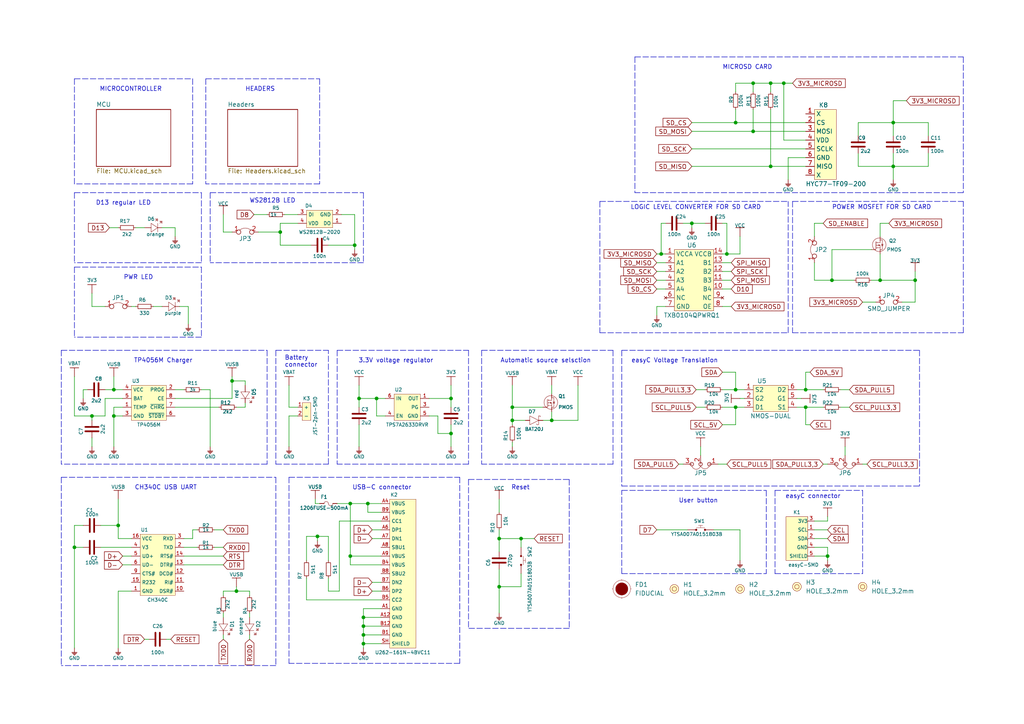
<source format=kicad_sch>
(kicad_sch (version 20211123) (generator eeschema)
  (paper "A4")
  (title_block (title "Dasduino COREPLUS") (date "2023-05-25") (rev "V1.0.0.") (company "SOLDERED") (comment 1 "333269"))
  (lib_symbols
    (symbol "0402LED_1" (pin_numbers hide) (pin_names (offset 0.254) hide)
      (property "Reference" "D" (at -0.635 2.54 0))
      (property "Value" "0402LED_1" (at 0 -2.54 0))
      (symbol "0402LED_1_1_1"
        (pin passive line (at -2.54 0 0) (length 1.91) (name "A") (number "1"))
        (pin passive line (at 2.54 0 180) (length 1.27) (name "K") (number "2"))
      )
    )
    (symbol "0402LED_2" (pin_numbers hide) (pin_names (offset 0.254) hide)
      (property "Reference" "D" (at -0.635 2.54 0))
      (property "Value" "0402LED_2" (at 0 -2.54 0))
      (symbol "0402LED_2_1_1"
        (pin passive line (at -2.54 0 0) (length 1.91) (name "A") (number "1"))
        (pin passive line (at 2.54 0 180) (length 1.27) (name "K") (number "2"))
      )
    )
    (symbol "0402LED_3" (pin_numbers hide) (pin_names (offset 0.254) hide)
      (property "Reference" "D" (at -0.635 2.54 0))
      (property "Value" "0402LED_3" (at 0 -2.54 0))
      (symbol "0402LED_3_1_1"
        (pin passive line (at -2.54 0 0) (length 1.91) (name "A") (number "1"))
        (pin passive line (at 2.54 0 180) (length 1.27) (name "K") (number "2"))
      )
    )
    (symbol "0402R_1" (pin_numbers hide) (pin_names (offset 0.254))
      (property "Reference" "R" (at -1.905 1.27 0))
      (property "Value" "0402R_1" (at 0 -1.905 0))
      (symbol "0402R_1_1_1"
        (pin passive line (at -2.54 0 0) (length 0.63) (name "~") (number "1"))
        (pin passive line (at 2.54 0 180) (length 0.63) (name "~") (number "2"))
      )
    )
    (symbol "0402R_2" (pin_numbers hide) (pin_names (offset 0.254))
      (property "Reference" "R" (at -1.905 1.27 0))
      (property "Value" "0402R_2" (at 0 -1.905 0))
      (symbol "0402R_2_1_1"
        (pin passive line (at -2.54 0 0) (length 0.63) (name "~") (number "1"))
        (pin passive line (at 2.54 0 180) (length 0.63) (name "~") (number "2"))
      )
    )
    (symbol "0603C_1" (pin_numbers hide) (pin_names (offset 0.002))
      (property "Reference" "C" (at 0 3.81 0))
      (property "Value" "0603C_1" (at 0 -3.175 0))
      (symbol "0603C_1_1_1"
        (pin passive line (at -2.54 0 0) (length 1.9) (name "~") (number "1"))
        (pin passive line (at 2.54 0 180) (length 1.9) (name "~") (number "2"))
      )
    )
    (symbol "0603C_2" (pin_numbers hide) (pin_names (offset 0.002))
      (property "Reference" "C" (at 0 3.81 0))
      (property "Value" "0603C_2" (at 0 -3.175 0))
      (symbol "0603C_2_1_1"
        (pin passive line (at -2.54 0 0) (length 1.9) (name "~") (number "1"))
        (pin passive line (at 2.54 0 180) (length 1.9) (name "~") (number "2"))
      )
    )
    (symbol "0603C_3" (pin_numbers hide) (pin_names (offset 0.002))
      (property "Reference" "C" (at 0 3.81 0))
      (property "Value" "0603C_3" (at 0 -3.175 0))
      (symbol "0603C_3_1_1"
        (pin passive line (at -2.54 0 0) (length 1.9) (name "~") (number "1"))
        (pin passive line (at 2.54 0 180) (length 1.9) (name "~") (number "2"))
      )
    )
    (symbol "0603C_4" (pin_numbers hide) (pin_names (offset 0.002))
      (property "Reference" "C" (at 0 3.81 0))
      (property "Value" "0603C_4" (at 0 -3.175 0))
      (symbol "0603C_4_1_1"
        (pin passive line (at -2.54 0 0) (length 1.9) (name "~") (number "1"))
        (pin passive line (at 2.54 0 180) (length 1.9) (name "~") (number "2"))
      )
    )
    (symbol "0603C_5" (pin_numbers hide) (pin_names (offset 0.002))
      (property "Reference" "C" (at 0 3.81 0))
      (property "Value" "0603C_5" (at 0 -3.175 0))
      (symbol "0603C_5_1_1"
        (pin passive line (at -2.54 0 0) (length 1.9) (name "~") (number "1"))
        (pin passive line (at 2.54 0 180) (length 1.9) (name "~") (number "2"))
      )
    )
    (symbol "0603C_6" (pin_numbers hide) (pin_names (offset 0.002))
      (property "Reference" "C" (at 0 3.81 0))
      (property "Value" "0603C_6" (at 0 -3.175 0))
      (symbol "0603C_6_1_1"
        (pin passive line (at -2.54 0 0) (length 1.9) (name "~") (number "1"))
        (pin passive line (at 2.54 0 180) (length 1.9) (name "~") (number "2"))
      )
    )
    (symbol "0603C_7" (pin_numbers hide) (pin_names (offset 0.002))
      (property "Reference" "C" (at 0 3.81 0))
      (property "Value" "0603C_7" (at 0 -3.175 0))
      (symbol "0603C_7_1_1"
        (pin passive line (at -2.54 0 0) (length 1.9) (name "~") (number "1"))
        (pin passive line (at 2.54 0 180) (length 1.9) (name "~") (number "2"))
      )
    )
    (symbol "0603C_8" (pin_numbers hide) (pin_names (offset 0.002))
      (property "Reference" "C" (at 0 3.81 0))
      (property "Value" "0603C_8" (at 0 -3.175 0))
      (symbol "0603C_8_1_1"
        (pin passive line (at -2.54 0 0) (length 1.9) (name "~") (number "1"))
        (pin passive line (at 2.54 0 180) (length 1.9) (name "~") (number "2"))
      )
    )
    (symbol "0603C_9" (pin_numbers hide) (pin_names (offset 0.002))
      (property "Reference" "C" (at 0 3.81 0))
      (property "Value" "0603C_9" (at 0 -3.175 0))
      (symbol "0603C_9_1_1"
        (pin passive line (at -2.54 0 0) (length 1.9) (name "~") (number "1"))
        (pin passive line (at 2.54 0 180) (length 1.9) (name "~") (number "2"))
      )
    )
    (symbol "0603R_1" (pin_numbers hide) (pin_names (offset 0.254))
      (property "Reference" "R" (at 0 1.27 0))
      (property "Value" "0603R_1" (at 0 -1.905 0))
      (symbol "0603R_1_1_1"
        (pin passive line (at -2.54 0 0) (length 0.63) (name "~") (number "1"))
        (pin passive line (at 2.54 0 180) (length 0.63) (name "~") (number "2"))
      )
    )
    (symbol "0603R_10" (pin_numbers hide) (pin_names (offset 0.254))
      (property "Reference" "R" (at 0 1.27 0))
      (property "Value" "0603R_10" (at 0 -1.905 0))
      (symbol "0603R_10_1_1"
        (pin passive line (at -2.54 0 0) (length 0.63) (name "~") (number "1"))
        (pin passive line (at 2.54 0 180) (length 0.63) (name "~") (number "2"))
      )
    )
    (symbol "0603R_11" (pin_numbers hide) (pin_names (offset 0.254))
      (property "Reference" "R" (at 0 1.27 0))
      (property "Value" "0603R_11" (at 0 -1.905 0))
      (symbol "0603R_11_1_1"
        (pin passive line (at -2.54 0 0) (length 0.63) (name "~") (number "1"))
        (pin passive line (at 2.54 0 180) (length 0.63) (name "~") (number "2"))
      )
    )
    (symbol "0603R_12" (pin_numbers hide) (pin_names (offset 0.254))
      (property "Reference" "R" (at 0 1.27 0))
      (property "Value" "0603R_12" (at 0 -1.905 0))
      (symbol "0603R_12_1_1"
        (pin passive line (at -2.54 0 0) (length 0.63) (name "~") (number "1"))
        (pin passive line (at 2.54 0 180) (length 0.63) (name "~") (number "2"))
      )
    )
    (symbol "0603R_13" (pin_numbers hide) (pin_names (offset 0.254))
      (property "Reference" "R" (at 0 1.27 0))
      (property "Value" "0603R_13" (at 0 -1.905 0))
      (symbol "0603R_13_1_1"
        (pin passive line (at -2.54 0 0) (length 0.63) (name "~") (number "1"))
        (pin passive line (at 2.54 0 180) (length 0.63) (name "~") (number "2"))
      )
    )
    (symbol "0603R_14" (pin_numbers hide) (pin_names (offset 0.254))
      (property "Reference" "R" (at 0 1.27 0))
      (property "Value" "0603R_14" (at 0 -1.905 0))
      (symbol "0603R_14_1_1"
        (pin passive line (at -2.54 0 0) (length 0.63) (name "~") (number "1"))
        (pin passive line (at 2.54 0 180) (length 0.63) (name "~") (number "2"))
      )
    )
    (symbol "0603R_15" (pin_numbers hide) (pin_names (offset 0.254))
      (property "Reference" "R" (at 0 1.27 0))
      (property "Value" "0603R_15" (at 0 -1.905 0))
      (symbol "0603R_15_1_1"
        (pin passive line (at -2.54 0 0) (length 0.63) (name "~") (number "1"))
        (pin passive line (at 2.54 0 180) (length 0.63) (name "~") (number "2"))
      )
    )
    (symbol "0603R_2" (pin_numbers hide) (pin_names (offset 0.254))
      (property "Reference" "R" (at 0 1.27 0))
      (property "Value" "0603R_2" (at 0 -1.905 0))
      (symbol "0603R_2_1_1"
        (pin passive line (at -2.54 0 0) (length 0.63) (name "~") (number "1"))
        (pin passive line (at 2.54 0 180) (length 0.63) (name "~") (number "2"))
      )
    )
    (symbol "0603R_3" (pin_numbers hide) (pin_names (offset 0.254))
      (property "Reference" "R" (at 0 1.27 0))
      (property "Value" "0603R_3" (at 0 -1.905 0))
      (symbol "0603R_3_1_1"
        (pin passive line (at -2.54 0 0) (length 0.63) (name "~") (number "1"))
        (pin passive line (at 2.54 0 180) (length 0.63) (name "~") (number "2"))
      )
    )
    (symbol "0603R_4" (pin_numbers hide) (pin_names (offset 0.254))
      (property "Reference" "R" (at 0 1.27 0))
      (property "Value" "0603R_4" (at 0 -1.905 0))
      (symbol "0603R_4_1_1"
        (pin passive line (at -2.54 0 0) (length 0.63) (name "~") (number "1"))
        (pin passive line (at 2.54 0 180) (length 0.63) (name "~") (number "2"))
      )
    )
    (symbol "0603R_5" (pin_numbers hide) (pin_names (offset 0.254))
      (property "Reference" "R" (at 0 1.27 0))
      (property "Value" "0603R_5" (at 0 -1.905 0))
      (symbol "0603R_5_1_1"
        (pin passive line (at -2.54 0 0) (length 0.63) (name "~") (number "1"))
        (pin passive line (at 2.54 0 180) (length 0.63) (name "~") (number "2"))
      )
    )
    (symbol "0603R_6" (pin_numbers hide) (pin_names (offset 0.254))
      (property "Reference" "R" (at 0 1.27 0))
      (property "Value" "0603R_6" (at 0 -1.905 0))
      (symbol "0603R_6_1_1"
        (pin passive line (at -2.54 0 0) (length 0.63) (name "~") (number "1"))
        (pin passive line (at 2.54 0 180) (length 0.63) (name "~") (number "2"))
      )
    )
    (symbol "0603R_7" (pin_numbers hide) (pin_names (offset 0.254))
      (property "Reference" "R" (at 0 1.27 0))
      (property "Value" "0603R_7" (at 0 -1.905 0))
      (symbol "0603R_7_1_1"
        (pin passive line (at -2.54 0 0) (length 0.63) (name "~") (number "1"))
        (pin passive line (at 2.54 0 180) (length 0.63) (name "~") (number "2"))
      )
    )
    (symbol "0603R_8" (pin_numbers hide) (pin_names (offset 0.254))
      (property "Reference" "R" (at 0 1.27 0))
      (property "Value" "0603R_8" (at 0 -1.905 0))
      (symbol "0603R_8_1_1"
        (pin passive line (at -2.54 0 0) (length 0.63) (name "~") (number "1"))
        (pin passive line (at 2.54 0 180) (length 0.63) (name "~") (number "2"))
      )
    )
    (symbol "0603R_9" (pin_numbers hide) (pin_names (offset 0.254))
      (property "Reference" "R" (at 0 1.27 0))
      (property "Value" "0603R_9" (at 0 -1.905 0))
      (symbol "0603R_9_1_1"
        (pin passive line (at -2.54 0 0) (length 0.63) (name "~") (number "1"))
        (pin passive line (at 2.54 0 180) (length 0.63) (name "~") (number "2"))
      )
    )
    (symbol "HOLE_3.2mm_1" (pin_numbers hide) (pin_names hide)
      (property "Reference" "H" (at 0 2.54 0))
      (property "Value" "HOLE_3.2mm_1" (at 0 -2.54 0))
    )
    (symbol "HOLE_3.2mm_2" (pin_numbers hide) (pin_names hide)
      (property "Reference" "H" (at 0 2.54 0))
      (property "Value" "HOLE_3.2mm_2" (at 0 -2.54 0))
    )
    (symbol "HOLE_3.2mm_3" (pin_numbers hide) (pin_names hide)
      (property "Reference" "H" (at 0 2.54 0))
      (property "Value" "HOLE_3.2mm_3" (at 0 -2.54 0))
    )
    (symbol "PMOS-SOT-23-3_1" (pin_numbers hide) (pin_names hide)
      (property "Reference" "Q" (at -1.27 2.54 0))
      (property "Value" "PMOS-SOT-23-3_1" (at 0.381 -4.064 0))
      (symbol "PMOS-SOT-23-3_1_1_1"
        (pin passive line (at -1.27 -1.27 0) (length 1.27) (name "G") (number "1"))
        (pin passive line (at 1.27 -2.54 90) (length 1.27) (name "S") (number "2"))
        (pin passive line (at 1.27 2.54 270) (length 1.27) (name "D") (number "3"))
      )
    )
    (symbol "e-radionica.com schematics:0402LED" (pin_numbers hide) (pin_names (offset 0.254) hide)
      (property "Reference" "D" (at -0.635 2.54 0))
      (property "Value" "0402LED" (at 0 -2.54 0))
      (symbol "0402LED_1_1"
        (pin passive line (at -2.54 0 0) (length 1.91) (name "A") (number "1"))
        (pin passive line (at 2.54 0 180) (length 1.27) (name "K") (number "2"))
      )
    )
    (symbol "e-radionica.com schematics:0402R" (pin_numbers hide) (pin_names (offset 0.254))
      (property "Reference" "R" (at -1.905 1.27 0))
      (property "Value" "0402R" (at 0 -1.905 0))
      (symbol "0402R_1_1"
        (pin passive line (at -2.54 0 0) (length 0.63) (name "~") (number "1"))
        (pin passive line (at 2.54 0 180) (length 0.63) (name "~") (number "2"))
      )
    )
    (symbol "e-radionica.com schematics:0603C" (pin_numbers hide) (pin_names (offset 0.002))
      (property "Reference" "C" (at 0 3.81 0))
      (property "Value" "0603C" (at 0 -3.175 0))
      (symbol "0603C_1_1"
        (pin passive line (at -2.54 0 0) (length 1.9) (name "~") (number "1"))
        (pin passive line (at 2.54 0 180) (length 1.9) (name "~") (number "2"))
      )
    )
    (symbol "e-radionica.com schematics:0603R" (pin_numbers hide) (pin_names (offset 0.254))
      (property "Reference" "R" (at 0 1.27 0))
      (property "Value" "0603R" (at 0 -1.905 0))
      (symbol "0603R_1_1"
        (pin passive line (at -2.54 0 0) (length 0.63) (name "~") (number "1"))
        (pin passive line (at 2.54 0 180) (length 0.63) (name "~") (number "2"))
      )
    )
    (symbol "e-radionica.com schematics:1206FUSE" (pin_numbers hide) (pin_names hide)
      (property "Reference" "F" (at -1.27 1.905 0))
      (property "Value" "1206FUSE" (at 0 -1.905 0))
      (symbol "1206FUSE_1_1"
        (pin passive line (at -2.54 0 0) (length 1.27) (name "~") (number "1"))
        (pin passive line (at 2.54 0 180) (length 1.27) (name "~") (number "2"))
      )
    )
    (symbol "e-radionica.com schematics:3V3" (power) (pin_names (offset 0))
      (property "Value" "3V3" (at 0 3.556 0))
      (symbol "3V3_1_1"
        (pin power_in line (at 0 0 90) (length 0) hide (name "3V3") (number "1"))
      )
    )
    (symbol "e-radionica.com schematics:BAT20J" (pin_numbers hide) (pin_names hide)
      (property "Reference" "D" (at 0 2.54 0))
      (property "Value" "BAT20J" (at 0 -2.54 0))
      (symbol "BAT20J_1_1"
        (pin input line (at -2.54 0 0) (length 1.27) (name "A") (number "1"))
        (pin input line (at 2.54 0 180) (length 1.27) (name "C") (number "2"))
      )
    )
    (symbol "e-radionica.com schematics:CH340C"
      (property "Reference" "U" (at -3.81 10.16 0))
      (property "Value" "CH340C" (at 0 -10.16 0))
      (symbol "CH340C_1_1"
        (pin passive line (at -7.62 -7.62 0) (length 2.54) (name "GND") (number "1"))
        (pin passive line (at 7.62 -7.62 180) (length 2.54) (name "DSR#") (number "10"))
        (pin passive line (at 7.62 -5.08 180) (length 2.54) (name "RI#") (number "11"))
        (pin passive line (at 7.62 -2.54 180) (length 2.54) (name "DCD#") (number "12"))
        (pin passive line (at 7.62 0 180) (length 2.54) (name "DTR#") (number "13"))
        (pin passive line (at 7.62 2.54 180) (length 2.54) (name "RTS#") (number "14"))
        (pin passive line (at -7.62 -5.08 0) (length 2.54) (name "R232") (number "15"))
        (pin passive line (at -7.62 7.62 0) (length 2.54) (name "VCC") (number "16"))
        (pin passive line (at 7.62 5.08 180) (length 2.54) (name "TXD") (number "2"))
        (pin passive line (at 7.62 7.62 180) (length 2.54) (name "RXD") (number "3"))
        (pin passive line (at -7.62 5.08 0) (length 2.54) (name "V3") (number "4"))
        (pin passive line (at -7.62 2.54 0) (length 2.54) (name "UD+") (number "5"))
        (pin passive line (at -7.62 0 0) (length 2.54) (name "UD-") (number "6"))
        (pin passive line (at -7.62 -2.54 0) (length 2.54) (name "CTS#") (number "9"))
      )
    )
    (symbol "e-radionica.com schematics:FIDUCIAL" (in_bom no)
      (property "Reference" "FD" (at 0 3.81 0))
      (property "Value" "FIDUCIAL" (at 0 -3.81 0))
    )
    (symbol "e-radionica.com schematics:GND" (power) (pin_names (offset 0))
      (property "Value" "GND" (at 0 -2.921 0))
      (symbol "GND_1_1"
        (pin power_in line (at 0 0 270) (length 0) hide (name "GND") (number "1"))
      )
    )
    (symbol "e-radionica.com schematics:HOLE_3.2mm" (pin_numbers hide) (pin_names hide)
      (property "Reference" "H" (at 0 2.54 0))
      (property "Value" "HOLE_3.2mm" (at 0 -2.54 0))
    )
    (symbol "e-radionica.com schematics:HYC77-TF09-200"
      (property "Reference" "K" (at 0 11.43 0))
      (property "Value" "HYC77-TF09-200" (at 0 -11.43 0))
      (symbol "HYC77-TF09-200_1_1"
        (pin bidirectional line (at -5.08 8.89 0) (length 2.54) (name "X") (number "1"))
        (pin bidirectional line (at -5.08 6.35 0) (length 2.54) (name "CS") (number "2"))
        (pin bidirectional line (at -5.08 3.81 0) (length 2.54) (name "MOSI") (number "3"))
        (pin bidirectional line (at -5.08 1.27 0) (length 2.54) (name "VDD") (number "4"))
        (pin bidirectional line (at -5.08 -1.27 0) (length 2.54) (name "SCLK") (number "5"))
        (pin bidirectional line (at -5.08 -3.81 0) (length 2.54) (name "GND") (number "6"))
        (pin bidirectional line (at -5.08 -6.35 0) (length 2.54) (name "MISO") (number "7"))
        (pin bidirectional line (at -5.08 -8.89 0) (length 2.54) (name "X") (number "8"))
      )
    )
    (symbol "e-radionica.com schematics:JST-2pin-SMD"
      (property "Reference" "K" (at 0 3.81 0))
      (property "Value" "JST-2pin-SMD" (at 1.27 -3.81 0))
      (symbol "JST-2pin-SMD_1_1"
        (pin passive line (at 2.54 -1.27 180) (length 1.27) (name "+") (number "1"))
        (pin passive line (at 2.54 1.27 180) (length 1.27) (name "-") (number "2"))
      )
    )
    (symbol "e-radionica.com schematics:NMOS-DUAL"
      (property "Reference" "U" (at 0 5.08 0))
      (property "Value" "NMOS-DUAL" (at 0 -5.08 0))
      (symbol "NMOS-DUAL_1_1"
        (pin input line (at -7.62 2.54 0) (length 2.54) (name "S2") (number "1"))
        (pin input line (at -7.62 0 0) (length 2.54) (name "G2") (number "2"))
        (pin input line (at -7.62 -2.54 0) (length 2.54) (name "D1") (number "3"))
        (pin input line (at 7.62 -2.54 180) (length 2.54) (name "S1") (number "4"))
        (pin input line (at 7.62 0 180) (length 2.54) (name "G1") (number "5"))
        (pin input line (at 7.62 2.54 180) (length 2.54) (name "D2") (number "6"))
      )
    )
    (symbol "e-radionica.com schematics:PMOS-SOT-23-3" (pin_numbers hide) (pin_names hide)
      (property "Reference" "Q" (at -1.27 2.54 0))
      (property "Value" "PMOS-SOT-23-3" (at 0.381 -4.064 0))
      (symbol "PMOS-SOT-23-3_1_1"
        (pin passive line (at -1.27 -1.27 0) (length 1.27) (name "G") (number "1"))
        (pin passive line (at 1.27 -2.54 90) (length 1.27) (name "S") (number "2"))
        (pin passive line (at 1.27 2.54 270) (length 1.27) (name "D") (number "3"))
      )
    )
    (symbol "e-radionica.com schematics:SMD-JUMPER-CONNECTED_TRACE_SOLDERMASK"
      (property "Reference" "JP" (at 0 3.556 0))
      (property "Value" "SMD-JUMPER-CONNECTED_TRACE_SOLDERMASK" (at 0 -2.54 0))
      (symbol "SMD-JUMPER-CONNECTED_TRACE_SOLDERMASK_1_1"
        (pin passive inverted (at -3.81 0 0) (length 2.54) (name "") (number "1"))
        (pin passive inverted (at 3.81 0 180) (length 2.54) (name "") (number "2"))
      )
    )
    (symbol "e-radionica.com schematics:SMD_JUMPER"
      (property "Reference" "JP" (at 0 1.397 0))
      (property "Value" "SMD_JUMPER" (at 0 -2.54 0))
      (symbol "SMD_JUMPER_1_1"
        (pin passive inverted (at -3.81 0 0) (length 2.54) (name "") (number "1"))
        (pin passive inverted (at 3.81 0 180) (length 2.54) (name "") (number "2"))
      )
    )
    (symbol "e-radionica.com schematics:SMD_JUMPER_3_PAD_TRACE"
      (property "Reference" "JP" (at 0 2.54 0))
      (property "Value" "SMD_JUMPER_3_PAD_TRACE" (at 0.3048 -4.572 0))
      (symbol "SMD_JUMPER_3_PAD_TRACE_1_1"
        (pin input line (at -5.08 0 0) (length 2.54) (name "") (number "1"))
        (pin input line (at 0 -2.54 90) (length 2.54) (name "") (number "2"))
        (pin input line (at 5.08 0 180) (length 2.54) (name "") (number "3"))
      )
    )
    (symbol "e-radionica.com schematics:TP4056M"
      (property "Reference" "U" (at -3.81 5.08 0))
      (property "Value" "TP4056M" (at 0 -7.62 0))
      (symbol "TP4056M_1_1"
        (pin passive line (at -7.62 -2.54 0) (length 2.54) (name "TEMP") (number "1"))
        (pin passive line (at 7.62 2.54 180) (length 2.54) (name "PROG") (number "2"))
        (pin passive line (at -7.62 -5.08 0) (length 2.54) (name "GND") (number "3"))
        (pin passive line (at -7.62 2.54 0) (length 2.54) (name "VCC") (number "4"))
        (pin passive line (at -7.62 0 0) (length 2.54) (name "BAT") (number "5"))
        (pin passive line (at 7.62 -5.08 180) (length 2.54) (name "~{STDBY}") (number "6"))
        (pin passive line (at 7.62 -2.54 180) (length 2.54) (name "~{CHRG}") (number "7"))
        (pin passive line (at 7.62 0 180) (length 2.54) (name "CE") (number "8"))
      )
    )
    (symbol "e-radionica.com schematics:TPS7A2633DRVR"
      (property "Reference" "U" (at -3.175 5.08 0))
      (property "Value" "TPS7A2633DRVR" (at 0 -5.08 0))
      (symbol "TPS7A2633DRVR_1_1"
        (pin passive line (at 6.35 2.54 180) (length 2.54) (name "OUT") (number "1"))
        (pin passive line (at 6.35 0 180) (length 2.54) (name "PG") (number "3"))
        (pin passive line (at -6.35 -2.54 0) (length 2.54) (name "EN") (number "4"))
        (pin passive line (at 6.35 -2.54 180) (length 2.54) (name "GND") (number "5"))
        (pin passive line (at -6.35 2.54 0) (length 2.54) (name "IN") (number "6"))
      )
    )
    (symbol "e-radionica.com schematics:TXB0104QPWRQ1"
      (property "Reference" "U" (at 0 8.89 0))
      (property "Value" "TXB0104QPWRQ1" (at 0 -11.43 0))
      (symbol "TXB0104QPWRQ1_1_1"
        (pin power_in line (at -7.62 6.35 0) (length 2.54) (name "VCCA") (number "1"))
        (pin passive line (at 8.89 -3.81 180) (length 2.54) (name "B4") (number "10"))
        (pin passive line (at 8.89 -1.27 180) (length 2.54) (name "B3") (number "11"))
        (pin passive line (at 8.89 1.27 180) (length 2.54) (name "B2") (number "12"))
        (pin passive line (at 8.89 3.81 180) (length 2.54) (name "B1") (number "13"))
        (pin power_out line (at 8.89 6.35 180) (length 2.54) (name "VCCB") (number "14"))
        (pin passive line (at -7.62 3.81 0) (length 2.54) (name "A1") (number "2"))
        (pin passive line (at -7.62 1.27 0) (length 2.54) (name "A2") (number "3"))
        (pin passive line (at -7.62 -1.27 0) (length 2.54) (name "A3") (number "4"))
        (pin passive line (at -7.62 -3.81 0) (length 2.54) (name "A4") (number "5"))
        (pin no_connect line (at -7.62 -6.35 0) (length 2.54) (name "NC") (number "6"))
        (pin passive line (at -7.62 -8.89 0) (length 2.54) (name "GND") (number "7"))
        (pin passive line (at 8.89 -8.89 180) (length 2.54) (name "OE") (number "8"))
        (pin no_connect line (at 8.89 -6.35 180) (length 2.54) (name "NC") (number "9"))
      )
    )
    (symbol "e-radionica.com schematics:U262-161N-4BVC11"
      (property "Reference" "K" (at 0 22.86 0))
      (property "Value" "U262-161N-4BVC11" (at 2.54 -22.86 0))
      (symbol "U262-161N-4BVC11_1_1"
        (pin passive line (at -3.81 -10.16 0) (length 2.54) (name "GND") (number "A1"))
        (pin passive line (at -3.81 -12.7 0) (length 2.54) (name "GND") (number "A12"))
        (pin passive line (at -3.81 20.32 0) (length 2.54) (name "VBUS") (number "A4"))
        (pin passive line (at -3.81 15.24 0) (length 2.54) (name "CC1") (number "A5"))
        (pin passive line (at -3.81 12.7 0) (length 2.54) (name "DP1") (number "A6"))
        (pin passive line (at -3.81 10.16 0) (length 2.54) (name "DN1") (number "A7"))
        (pin passive line (at -3.81 7.62 0) (length 2.54) (name "SBU1") (number "A8"))
        (pin passive line (at -3.81 5.08 0) (length 2.54) (name "VBUS") (number "A9"))
        (pin passive line (at -3.81 -17.78 0) (length 2.54) (name "GND") (number "B1"))
        (pin passive line (at -3.81 -15.24 0) (length 2.54) (name "GND") (number "B12"))
        (pin passive line (at -3.81 2.54 0) (length 2.54) (name "VBUS") (number "B4"))
        (pin passive line (at -3.81 -7.62 0) (length 2.54) (name "CC2") (number "B5"))
        (pin passive line (at -3.81 -5.08 0) (length 2.54) (name "DP2") (number "B6"))
        (pin passive line (at -3.81 -2.54 0) (length 2.54) (name "DN2") (number "B7"))
        (pin passive line (at -3.81 0 0) (length 2.54) (name "SBU2") (number "B8"))
        (pin passive line (at -3.81 17.78 0) (length 2.54) (name "VBUS") (number "B9"))
        (pin passive line (at -3.81 -20.32 0) (length 2.54) (name "SHIELD") (number "SH"))
      )
    )
    (symbol "e-radionica.com schematics:VBAT" (power) (pin_names (offset 0))
      (property "Value" "VBAT" (at 0 3.556 0))
      (symbol "VBAT_1_1"
        (pin power_in line (at 0 0 90) (length 0) hide (name "VBAT") (number "1"))
      )
    )
    (symbol "e-radionica.com schematics:VCC" (power) (pin_names (offset 0))
      (property "Value" "VCC" (at 0 3.556 0))
      (symbol "VCC_1_1"
        (pin power_in line (at 0 0 90) (length 0) hide (name "VCC") (number "1"))
      )
    )
    (symbol "e-radionica.com schematics:VUSB" (power) (pin_names (offset 0))
      (property "Value" "VUSB" (at 0 3.556 0))
      (symbol "VUSB_1_1"
        (pin power_in line (at 0 0 90) (length 0) hide (name "VUSB") (number "1"))
      )
    )
    (symbol "e-radionica.com schematics:WS2812B-2020"
      (property "Reference" "D" (at 0 3.81 0))
      (property "Value" "WS2812B-2020" (at 0 -3.81 0))
      (symbol "WS2812B-2020_1_1"
        (pin passive line (at 6.35 -1.27 180) (length 2.54) (name "DO") (number "1"))
        (pin passive line (at 6.35 1.27 180) (length 2.54) (name "GND") (number "2"))
        (pin passive line (at -6.35 1.27 0) (length 2.54) (name "DI") (number "3"))
        (pin passive line (at -6.35 -1.27 0) (length 2.54) (name "VDD") (number "4"))
      )
    )
    (symbol "e-radionica.com schematics:YTSA007A0151803B" (pin_numbers hide) (pin_names hide)
      (property "Reference" "SW" (at -1.016 2.286 0))
      (property "Value" "YTSA007A0151803B" (at 1.778 -2.032 0))
      (symbol "YTSA007A0151803B_1_1"
        (pin passive line (at -2.54 0 0) (length 2.54) (name "~") (number "1"))
        (pin passive line (at 5.08 0 180) (length 2.54) (name "~") (number "2"))
      )
    )
    (symbol "e-radionica.com schematics:easyC-SMD" (pin_names (offset 0.002))
      (property "Reference" "K" (at 0 10.16 0))
      (property "Value" "easyC-SMD" (at 0 -5.08 0))
      (symbol "easyC-SMD_1_1"
        (pin passive line (at 5.08 5.08 180) (length 1.9) (name "SCL") (number "1"))
        (pin passive line (at 5.08 2.54 180) (length 1.9) (name "SDA") (number "2"))
        (pin passive line (at 5.08 7.62 180) (length 1.9) (name "3V3") (number "3"))
        (pin passive line (at 5.08 0 180) (length 1.9) (name "GND") (number "4"))
        (pin passive line (at 5.08 -2.54 180) (length 1.9) (name "SHIELD") (number "5"))
      )
    )
  )
  (junction (at 33.02 113.03))
  (junction (at 233.68 118.11) (diameter 0.9144))
  (junction (at 241.3 81.28))
  (junction (at 213.36 113.03) (diameter 0.9144))
  (junction (at 26.67 120.65))
  (junction (at 109.22 115.57))
  (junction (at 151.13 156.21))
  (junction (at 148.59 118.11))
  (junction (at 223.52 48.26))
  (junction (at 191.77 73.66))
  (junction (at 101.6 161.29))
  (junction (at 218.44 38.1))
  (junction (at 213.36 118.11) (diameter 0.9144))
  (junction (at 67.31 110.49))
  (junction (at 105.41 181.61))
  (junction (at 210.82 73.66))
  (junction (at 265.43 81.28))
  (junction (at 259.08 35.56))
  (junction (at 105.41 179.07))
  (junction (at 81.28 67.31))
  (junction (at 227.33 24.13))
  (junction (at 34.29 152.4))
  (junction (at 218.44 24.13))
  (junction (at 144.78 170.18))
  (junction (at 106.68 146.05) (diameter 0.9144))
  (junction (at 104.14 115.57))
  (junction (at 130.81 125.73))
  (junction (at 144.78 156.21))
  (junction (at 160.02 121.92))
  (junction (at 223.52 24.13))
  (junction (at 105.41 184.15))
  (junction (at 102.87 71.12))
  (junction (at 259.08 48.26))
  (junction (at 233.68 113.03) (diameter 0.9144))
  (junction (at 101.6 146.05))
  (junction (at 92.075 155.575) (diameter 0.9144))
  (junction (at 130.81 115.57))
  (junction (at 68.58 171.45))
  (junction (at 105.41 186.69))
  (junction (at 200.66 64.77))
  (junction (at 240.03 161.29))
  (junction (at 213.36 35.56))
  (junction (at 21.59 158.75))
  (junction (at 255.27 81.28))
  (junction (at 33.02 120.65))
  (junction (at 148.59 121.92))
  (wire (pts (xy 240.03 158.75) (xy 240.03 161.29)))
  (polyline (pts (xy 177.8 101.6) (xy 177.8 134.62)) (stroke (width 0) (type dash)))
  (polyline (pts (xy 139.7 101.6) (xy 139.7 134.62)) (stroke (width 0) (type dash)))
  (wire (pts (xy 233.68 118.11) (xy 238.76 118.11)))
  (polyline (pts (xy 17.78 138.43) (xy 17.78 193.04)) (stroke (width 0) (type dash)))
  (wire (pts (xy 190.5 153.67) (xy 199.39 153.67)))
  (wire (pts (xy 71.12 111.76) (xy 71.12 110.49)))
  (polyline (pts (xy 229.87 58.42) (xy 279.4 58.42)))
  (wire (pts (xy 95.25 171.45) (xy 98.425 171.45)))
  (wire (pts (xy 269.24 44.45) (xy 269.24 48.26)))
  (wire (pts (xy 257.81 64.77) (xy 255.27 64.77)))
  (polyline (pts (xy 58.42 76.2) (xy 21.59 76.2)) (stroke (width 0) (type dash)))
  (wire (pts (xy 130.81 115.57) (xy 124.46 115.57)))
  (wire (pts (xy 110.49 163.83) (xy 101.6 163.83)))
  (wire (pts (xy 233.68 123.19) (xy 233.68 118.11)))
  (wire (pts (xy 233.68 113.03) (xy 238.76 113.03)))
  (wire (pts (xy 210.82 73.66) (xy 214.63 73.66)))
  (wire (pts (xy 97.79 146.05) (xy 101.6 146.05)))
  (wire (pts (xy 241.3 72.39) (xy 241.3 81.28)))
  (wire (pts (xy 71.12 118.11) (xy 71.12 116.84)))
  (wire (pts (xy 223.52 31.75) (xy 223.52 48.26)))
  (wire (pts (xy 98.425 171.45) (xy 98.425 151.13)))
  (wire (pts (xy 53.34 161.29) (xy 64.77 161.29)))
  (polyline (pts (xy 59.69 22.86) (xy 92.71 22.86)))
  (polyline (pts (xy 250.19 142.24) (xy 250.19 166.37)) (stroke (width 0) (type dash)))
  (wire (pts (xy 29.21 152.4) (xy 34.29 152.4)))
  (wire (pts (xy 41.91 185.42) (xy 43.18 185.42)))
  (wire (pts (xy 248.92 35.56) (xy 259.08 35.56)))
  (wire (pts (xy 236.22 153.67) (xy 240.03 153.67)))
  (polyline (pts (xy 17.78 101.6) (xy 77.47 101.6)) (stroke (width 0) (type dash)))
  (polyline (pts (xy 80.01 101.6) (xy 80.01 134.62)) (stroke (width 0) (type dash)))
  (polyline (pts (xy 97.79 101.6) (xy 97.79 134.62)) (stroke (width 0) (type dash)))
  (polyline (pts (xy 21.59 77.47) (xy 21.59 97.79)) (stroke (width 0) (type dash)))
  (wire (pts (xy 81.28 71.12) (xy 81.28 67.31)))
  (wire (pts (xy 29.21 158.75) (xy 38.1 158.75)))
  (wire (pts (xy 148.59 118.11) (xy 157.48 118.11)))
  (polyline (pts (xy 21.59 22.86) (xy 55.88 22.86)))
  (wire (pts (xy 91.44 146.05) (xy 92.71 146.05)))
  (wire (pts (xy 30.48 120.65) (xy 26.67 120.65)))
  (polyline (pts (xy 55.88 53.34) (xy 21.59 53.34)))
  (wire (pts (xy 21.59 158.75) (xy 24.13 158.75)))
  (wire (pts (xy 148.59 121.92) (xy 152.4 121.92)))
  (wire (pts (xy 107.95 156.21) (xy 110.49 156.21)))
  (polyline (pts (xy 92.71 22.86) (xy 92.71 53.34)))
  (polyline (pts (xy 180.34 101.6) (xy 180.34 140.97)) (stroke (width 0) (type dash)))
  (wire (pts (xy 207.01 153.67) (xy 214.63 153.67)))
  (polyline (pts (xy 222.25 142.24) (xy 222.25 166.37)) (stroke (width 0) (type dash)))
  (wire (pts (xy 104.14 115.57) (xy 109.22 115.57)))
  (wire (pts (xy 110.49 176.53) (xy 105.41 176.53)))
  (wire (pts (xy 30.48 88.9) (xy 26.67 88.9)))
  (wire (pts (xy 210.82 64.77) (xy 210.82 73.66)))
  (wire (pts (xy 83.82 118.11) (xy 83.82 111.76)))
  (wire (pts (xy 25.4 113.03) (xy 24.13 113.03)))
  (wire (pts (xy 53.34 163.83) (xy 64.77 163.83)))
  (wire (pts (xy 82.55 62.23) (xy 86.36 62.23)))
  (wire (pts (xy 190.5 81.28) (xy 193.04 81.28)))
  (wire (pts (xy 33.02 109.22) (xy 33.02 113.03)))
  (wire (pts (xy 255.27 73.66) (xy 255.27 81.28)))
  (wire (pts (xy 67.31 115.57) (xy 67.31 110.49)))
  (wire (pts (xy 95.25 71.12) (xy 102.87 71.12)))
  (wire (pts (xy 130.81 118.11) (xy 130.81 115.57)))
  (polyline (pts (xy 173.99 96.52) (xy 228.6 96.52)))
  (wire (pts (xy 208.28 134.62) (xy 210.82 134.62)))
  (wire (pts (xy 259.08 44.45) (xy 259.08 48.26)))
  (wire (pts (xy 62.23 153.67) (xy 64.77 153.67)))
  (wire (pts (xy 144.78 165.1) (xy 144.78 170.18)))
  (wire (pts (xy 95.25 167.64) (xy 95.25 171.45)))
  (wire (pts (xy 209.55 107.95) (xy 213.36 107.95)))
  (wire (pts (xy 34.29 144.78) (xy 34.29 152.4)))
  (polyline (pts (xy 173.99 58.42) (xy 228.6 58.42)))
  (wire (pts (xy 33.02 120.65) (xy 33.02 129.54)))
  (wire (pts (xy 54.61 93.98) (xy 54.61 88.9)))
  (polyline (pts (xy 80.01 138.43) (xy 80.01 193.04)) (stroke (width 0) (type dash)))
  (wire (pts (xy 243.84 113.03) (xy 246.38 113.03)))
  (wire (pts (xy 148.59 128.27) (xy 148.59 129.54)))
  (wire (pts (xy 209.55 78.74) (xy 212.09 78.74)))
  (wire (pts (xy 46.99 66.04) (xy 50.8 66.04)))
  (wire (pts (xy 231.14 113.03) (xy 233.68 113.03)))
  (wire (pts (xy 261.62 87.63) (xy 265.43 87.63)))
  (polyline (pts (xy 92.71 53.34) (xy 59.69 53.34)))
  (wire (pts (xy 200.66 48.26) (xy 223.52 48.26)))
  (wire (pts (xy 223.52 48.26) (xy 233.68 48.26)))
  (wire (pts (xy 21.59 152.4) (xy 24.13 152.4)))
  (wire (pts (xy 72.39 177.8) (xy 72.39 179.07)))
  (wire (pts (xy 50.8 113.03) (xy 53.34 113.03)))
  (wire (pts (xy 105.41 184.15) (xy 105.41 186.69)))
  (wire (pts (xy 88.9 155.575) (xy 92.075 155.575)))
  (wire (pts (xy 91.44 144.78) (xy 91.44 146.05)))
  (wire (pts (xy 231.14 118.11) (xy 233.68 118.11)))
  (polyline (pts (xy 229.87 58.42) (xy 229.87 96.52)))
  (wire (pts (xy 214.63 115.57) (xy 215.9 115.57)))
  (wire (pts (xy 38.1 171.45) (xy 34.29 171.45)))
  (wire (pts (xy 55.88 153.67) (xy 57.15 153.67)))
  (wire (pts (xy 248.92 48.26) (xy 259.08 48.26)))
  (polyline (pts (xy 58.42 97.79) (xy 21.59 97.79)) (stroke (width 0) (type dash)))
  (wire (pts (xy 228.6 45.72) (xy 228.6 52.07)))
  (wire (pts (xy 218.44 24.13) (xy 223.52 24.13)))
  (polyline (pts (xy 228.6 96.52) (xy 228.6 58.42)))
  (wire (pts (xy 160.02 111.76) (xy 160.02 114.3)))
  (wire (pts (xy 33.02 118.11) (xy 33.02 120.65)))
  (wire (pts (xy 124.46 120.65) (xy 127 120.65)))
  (wire (pts (xy 24.13 113.03) (xy 24.13 115.57)))
  (polyline (pts (xy 21.59 77.47) (xy 58.42 77.47)) (stroke (width 0) (type dash)))
  (wire (pts (xy 223.52 24.13) (xy 223.52 26.67)))
  (wire (pts (xy 233.68 40.64) (xy 227.33 40.64)))
  (wire (pts (xy 21.59 187.96) (xy 21.59 158.75)))
  (wire (pts (xy 259.08 48.26) (xy 259.08 52.07)))
  (polyline (pts (xy 229.87 96.52) (xy 279.4 96.52)))
  (wire (pts (xy 167.64 111.76) (xy 167.64 121.92)))
  (wire (pts (xy 190.5 73.66) (xy 191.77 73.66)))
  (wire (pts (xy 127 120.65) (xy 127 125.73)))
  (polyline (pts (xy 21.59 22.86) (xy 21.59 41.275)) (stroke (width 0) (type dash)))
  (wire (pts (xy 30.48 115.57) (xy 30.48 120.65)))
  (wire (pts (xy 64.77 172.72) (xy 64.77 171.45)))
  (wire (pts (xy 243.84 118.11) (xy 246.38 118.11)))
  (wire (pts (xy 151.13 166.37) (xy 151.13 170.18)))
  (wire (pts (xy 255.27 81.28) (xy 265.43 81.28)))
  (wire (pts (xy 105.41 179.07) (xy 105.41 181.61)))
  (wire (pts (xy 106.68 146.05) (xy 110.49 146.05)))
  (wire (pts (xy 238.76 64.77) (xy 236.22 64.77)))
  (wire (pts (xy 151.13 156.21) (xy 144.78 156.21)))
  (wire (pts (xy 252.73 72.39) (xy 241.3 72.39)))
  (wire (pts (xy 35.56 161.29) (xy 38.1 161.29)))
  (polyline (pts (xy 135.89 101.6) (xy 135.89 134.62)) (stroke (width 0) (type dash)))
  (polyline (pts (xy 135.89 134.62) (xy 97.79 134.62)) (stroke (width 0) (type dash)))
  (wire (pts (xy 255.27 64.77) (xy 255.27 68.58)))
  (wire (pts (xy 240.03 161.29) (xy 236.22 161.29)))
  (wire (pts (xy 53.34 156.21) (xy 55.88 156.21)))
  (wire (pts (xy 101.6 161.29) (xy 101.6 146.05)))
  (wire (pts (xy 213.36 123.19) (xy 213.36 118.11)))
  (polyline (pts (xy 133.35 138.43) (xy 133.35 192.405)) (stroke (width 0) (type dash)))
  (wire (pts (xy 200.66 64.77) (xy 200.66 66.04)))
  (polyline (pts (xy 135.89 139.065) (xy 135.89 182.245)) (stroke (width 0) (type dash)))
  (polyline (pts (xy 135.89 139.065) (xy 165.1 139.065)) (stroke (width 0) (type dash)))
  (polyline (pts (xy 165.1 139.065) (xy 165.1 182.245)) (stroke (width 0) (type dash)))
  (polyline (pts (xy 165.1 182.245) (xy 135.89 182.245)) (stroke (width 0) (type dash)))
  (wire (pts (xy 198.12 64.77) (xy 200.66 64.77)))
  (wire (pts (xy 144.78 170.18) (xy 144.78 177.8)))
  (polyline (pts (xy 58.42 77.47) (xy 58.42 97.79)) (stroke (width 0) (type dash)))
  (wire (pts (xy 30.48 113.03) (xy 33.02 113.03)))
  (wire (pts (xy 236.22 81.28) (xy 241.3 81.28)))
  (wire (pts (xy 102.87 71.12) (xy 102.87 62.23)))
  (wire (pts (xy 218.44 38.1) (xy 233.68 38.1)))
  (polyline (pts (xy 133.35 192.405) (xy 83.82 192.405)) (stroke (width 0) (type dash)))
  (wire (pts (xy 200.66 38.1) (xy 218.44 38.1)))
  (polyline (pts (xy 83.82 138.43) (xy 83.82 192.405)) (stroke (width 0) (type dash)))
  (polyline (pts (xy 279.4 55.88) (xy 184.15 55.88)))
  (wire (pts (xy 21.59 109.22) (xy 21.59 120.65)))
  (wire (pts (xy 236.22 158.75) (xy 240.03 158.75)))
  (wire (pts (xy 252.73 81.28) (xy 255.27 81.28)))
  (wire (pts (xy 214.63 153.67) (xy 214.63 162.56)))
  (polyline (pts (xy 83.82 138.43) (xy 133.35 138.43)) (stroke (width 0) (type dash)))
  (polyline (pts (xy 80.01 134.62) (xy 95.25 134.62)) (stroke (width 0) (type dash)))
  (wire (pts (xy 240.03 134.62) (xy 238.76 134.62)))
  (wire (pts (xy 240.03 162.56) (xy 240.03 161.29)))
  (wire (pts (xy 213.36 113.03) (xy 215.9 113.03)))
  (wire (pts (xy 130.81 123.19) (xy 130.81 125.73)))
  (wire (pts (xy 241.3 81.28) (xy 247.65 81.28)))
  (polyline (pts (xy 180.34 166.37) (xy 180.34 142.24)) (stroke (width 0) (type dash)))
  (wire (pts (xy 201.93 113.03) (xy 204.47 113.03)))
  (wire (pts (xy 67.31 110.49) (xy 67.31 109.22)))
  (wire (pts (xy 213.36 35.56) (xy 233.68 35.56)))
  (wire (pts (xy 86.36 118.11) (xy 83.82 118.11)))
  (wire (pts (xy 35.56 115.57) (xy 30.48 115.57)))
  (wire (pts (xy 233.68 45.72) (xy 228.6 45.72)))
  (wire (pts (xy 201.93 118.11) (xy 204.47 118.11)))
  (wire (pts (xy 105.41 176.53) (xy 105.41 179.07)))
  (wire (pts (xy 262.89 29.21) (xy 259.08 29.21)))
  (wire (pts (xy 48.26 185.42) (xy 49.53 185.42)))
  (wire (pts (xy 200.66 64.77) (xy 204.47 64.77)))
  (wire (pts (xy 234.95 123.19) (xy 233.68 123.19)))
  (polyline (pts (xy 95.25 134.62) (xy 95.25 101.6)) (stroke (width 0) (type dash)))
  (wire (pts (xy 209.55 81.28) (xy 212.09 81.28)))
  (wire (pts (xy 160.02 121.92) (xy 160.02 119.38)))
  (polyline (pts (xy 21.59 53.34) (xy 21.59 40.64)))
  (wire (pts (xy 34.29 171.45) (xy 34.29 187.96)))
  (wire (pts (xy 107.95 171.45) (xy 110.49 171.45)))
  (polyline (pts (xy 184.15 16.51) (xy 279.4 16.51)))
  (wire (pts (xy 72.39 171.45) (xy 68.58 171.45)))
  (wire (pts (xy 33.02 113.03) (xy 35.56 113.03)))
  (wire (pts (xy 213.36 107.95) (xy 213.36 113.03)))
  (wire (pts (xy 209.55 118.11) (xy 213.36 118.11)))
  (polyline (pts (xy 60.96 55.88) (xy 60.96 76.2)) (stroke (width 0) (type dash)))
  (wire (pts (xy 148.59 118.11) (xy 148.59 121.92)))
  (wire (pts (xy 209.55 76.2) (xy 212.09 76.2)))
  (wire (pts (xy 101.6 163.83) (xy 101.6 161.29)))
  (wire (pts (xy 26.67 120.65) (xy 26.67 121.92)))
  (wire (pts (xy 44.45 88.9) (xy 46.99 88.9)))
  (wire (pts (xy 92.075 155.575) (xy 95.25 155.575)))
  (wire (pts (xy 104.14 123.19) (xy 104.14 129.54)))
  (polyline (pts (xy 17.78 101.6) (xy 17.78 134.62)) (stroke (width 0) (type dash)))
  (wire (pts (xy 58.42 113.03) (xy 60.96 113.03)))
  (wire (pts (xy 231.14 115.57) (xy 232.41 115.57)))
  (wire (pts (xy 259.08 35.56) (xy 269.24 35.56)))
  (wire (pts (xy 218.44 31.75) (xy 218.44 38.1)))
  (wire (pts (xy 209.55 83.82) (xy 212.09 83.82)))
  (wire (pts (xy 102.87 62.23) (xy 99.06 62.23)))
  (wire (pts (xy 54.61 88.9) (xy 52.07 88.9)))
  (wire (pts (xy 269.24 39.37) (xy 269.24 35.56)))
  (wire (pts (xy 144.78 156.21) (xy 144.78 160.02)))
  (wire (pts (xy 190.5 78.74) (xy 193.04 78.74)))
  (wire (pts (xy 95.25 155.575) (xy 95.25 162.56)))
  (wire (pts (xy 92.075 155.575) (xy 92.075 156.845)))
  (wire (pts (xy 191.77 64.77) (xy 191.77 73.66)))
  (wire (pts (xy 105.41 181.61) (xy 105.41 184.15)))
  (wire (pts (xy 110.49 148.59) (xy 106.68 148.59)))
  (polyline (pts (xy 224.79 166.37) (xy 250.19 166.37)) (stroke (width 0) (type dash)))
  (wire (pts (xy 213.36 24.13) (xy 218.44 24.13)))
  (wire (pts (xy 71.12 110.49) (xy 67.31 110.49)))
  (wire (pts (xy 130.81 111.76) (xy 130.81 115.57)))
  (wire (pts (xy 265.43 81.28) (xy 265.43 78.74)))
  (wire (pts (xy 227.33 24.13) (xy 227.33 40.64)))
  (wire (pts (xy 127 125.73) (xy 130.81 125.73)))
  (wire (pts (xy 151.13 170.18) (xy 144.78 170.18)))
  (wire (pts (xy 111.76 120.65) (xy 109.22 120.65)))
  (wire (pts (xy 144.78 153.67) (xy 144.78 156.21)))
  (wire (pts (xy 213.36 118.11) (xy 215.9 118.11)))
  (wire (pts (xy 190.5 83.82) (xy 193.04 83.82)))
  (wire (pts (xy 21.59 120.65) (xy 26.67 120.65)))
  (wire (pts (xy 98.425 151.13) (xy 110.49 151.13)))
  (wire (pts (xy 157.48 121.92) (xy 160.02 121.92)))
  (wire (pts (xy 104.14 115.57) (xy 104.14 118.11)))
  (wire (pts (xy 104.14 111.76) (xy 104.14 115.57)))
  (polyline (pts (xy 80.01 193.04) (xy 17.78 193.04)) (stroke (width 0) (type dash)))
  (polyline (pts (xy 180.34 166.37) (xy 222.25 166.37)) (stroke (width 0) (type dash)))
  (wire (pts (xy 265.43 87.63) (xy 265.43 81.28)))
  (wire (pts (xy 107.95 168.91) (xy 110.49 168.91)))
  (wire (pts (xy 130.81 125.73) (xy 130.81 129.54)))
  (polyline (pts (xy 105.41 55.88) (xy 105.41 76.2)) (stroke (width 0) (type dash)))
  (polyline (pts (xy 173.99 58.42) (xy 173.99 96.52)))
  (wire (pts (xy 236.22 64.77) (xy 236.22 68.58)))
  (polyline (pts (xy 60.96 55.88) (xy 105.41 55.88)) (stroke (width 0) (type dash)))
  (polyline (pts (xy 59.69 22.86) (xy 59.69 53.34)))
  (wire (pts (xy 209.55 113.03) (xy 213.36 113.03)))
  (wire (pts (xy 209.55 64.77) (xy 210.82 64.77)))
  (wire (pts (xy 74.93 67.31) (xy 81.28 67.31)))
  (wire (pts (xy 191.77 73.66) (xy 193.04 73.66)))
  (wire (pts (xy 39.37 66.04) (xy 41.91 66.04)))
  (wire (pts (xy 64.77 177.8) (xy 64.77 179.07)))
  (polyline (pts (xy 55.88 22.86) (xy 55.88 53.34)))
  (wire (pts (xy 34.29 156.21) (xy 34.29 152.4)))
  (wire (pts (xy 64.77 67.31) (xy 64.77 62.23)))
  (wire (pts (xy 35.56 120.65) (xy 33.02 120.65)))
  (wire (pts (xy 106.68 148.59) (xy 106.68 146.05)))
  (wire (pts (xy 259.08 29.21) (xy 259.08 35.56)))
  (wire (pts (xy 50.8 66.04) (xy 50.8 68.58)))
  (wire (pts (xy 251.46 134.62) (xy 250.19 134.62)))
  (wire (pts (xy 21.59 158.75) (xy 21.59 152.4)))
  (wire (pts (xy 88.9 155.575) (xy 88.9 162.56)))
  (wire (pts (xy 269.24 48.26) (xy 259.08 48.26)))
  (wire (pts (xy 213.36 26.67) (xy 213.36 24.13)))
  (polyline (pts (xy 21.59 55.88) (xy 21.59 76.2)) (stroke (width 0) (type dash)))
  (wire (pts (xy 148.59 121.92) (xy 148.59 123.19)))
  (polyline (pts (xy 180.34 101.6) (xy 266.7 101.6)) (stroke (width 0) (type dash)))
  (wire (pts (xy 64.77 171.45) (xy 68.58 171.45)))
  (polyline (pts (xy 139.7 101.6) (xy 177.8 101.6)) (stroke (width 0) (type dash)))
  (wire (pts (xy 107.95 153.67) (xy 110.49 153.67)))
  (polyline (pts (xy 77.47 134.62) (xy 17.78 134.62)) (stroke (width 0) (type dash)))
  (wire (pts (xy 209.55 73.66) (xy 210.82 73.66)))
  (wire (pts (xy 26.67 127) (xy 26.67 129.54)))
  (wire (pts (xy 151.13 156.21) (xy 154.94 156.21)))
  (wire (pts (xy 110.49 173.99) (xy 88.9 173.99)))
  (wire (pts (xy 105.41 181.61) (xy 110.49 181.61)))
  (wire (pts (xy 196.85 134.62) (xy 198.12 134.62)))
  (wire (pts (xy 101.6 161.29) (xy 110.49 161.29)))
  (wire (pts (xy 105.41 186.69) (xy 110.49 186.69)))
  (wire (pts (xy 248.92 39.37) (xy 248.92 35.56)))
  (wire (pts (xy 259.08 35.56) (xy 259.08 39.37)))
  (wire (pts (xy 102.87 72.39) (xy 102.87 71.12)))
  (wire (pts (xy 148.59 111.76) (xy 148.59 118.11)))
  (wire (pts (xy 90.17 71.12) (xy 81.28 71.12)))
  (wire (pts (xy 81.28 64.77) (xy 86.36 64.77)))
  (polyline (pts (xy 279.4 16.51) (xy 279.4 55.88)))
  (polyline (pts (xy 177.8 134.62) (xy 139.7 134.62)) (stroke (width 0) (type dash)))
  (wire (pts (xy 240.03 151.13) (xy 236.22 151.13)))
  (wire (pts (xy 213.36 31.75) (xy 213.36 35.56)))
  (wire (pts (xy 144.78 144.78) (xy 144.78 148.59)))
  (wire (pts (xy 68.58 171.45) (xy 68.58 170.18)))
  (polyline (pts (xy 224.79 142.24) (xy 224.79 166.37)) (stroke (width 0) (type dash)))
  (wire (pts (xy 105.41 184.15) (xy 110.49 184.15)))
  (wire (pts (xy 209.55 123.19) (xy 213.36 123.19)))
  (wire (pts (xy 200.66 35.56) (xy 213.36 35.56)))
  (wire (pts (xy 218.44 24.13) (xy 218.44 26.67)))
  (wire (pts (xy 53.34 158.75) (xy 57.15 158.75)))
  (wire (pts (xy 214.63 68.58) (xy 214.63 73.66)))
  (wire (pts (xy 105.41 179.07) (xy 110.49 179.07)))
  (wire (pts (xy 88.9 167.64) (xy 88.9 173.99)))
  (wire (pts (xy 209.55 88.9) (xy 212.09 88.9)))
  (wire (pts (xy 67.31 67.31) (xy 64.77 67.31)))
  (wire (pts (xy 236.22 156.21) (xy 240.03 156.21)))
  (polyline (pts (xy 80.01 101.6) (xy 95.25 101.6)) (stroke (width 0) (type dash)))
  (polyline (pts (xy 17.78 138.43) (xy 80.01 138.43)) (stroke (width 0) (type dash)))
  (wire (pts (xy 50.8 115.57) (xy 67.31 115.57)))
  (wire (pts (xy 26.67 88.9) (xy 26.67 85.09)))
  (polyline (pts (xy 279.4 96.52) (xy 279.4 58.42)))
  (wire (pts (xy 167.64 121.92) (xy 160.02 121.92)))
  (wire (pts (xy 50.8 118.11) (xy 63.5 118.11)))
  (wire (pts (xy 38.1 88.9) (xy 39.37 88.9)))
  (wire (pts (xy 35.56 118.11) (xy 33.02 118.11)))
  (wire (pts (xy 109.22 115.57) (xy 111.76 115.57)))
  (wire (pts (xy 190.5 76.2) (xy 193.04 76.2)))
  (wire (pts (xy 105.41 186.69) (xy 105.41 187.96)))
  (wire (pts (xy 64.77 184.15) (xy 64.77 185.42)))
  (wire (pts (xy 62.23 158.75) (xy 64.77 158.75)))
  (wire (pts (xy 101.6 146.05) (xy 106.68 146.05)))
  (wire (pts (xy 86.36 120.65) (xy 83.82 120.65)))
  (polyline (pts (xy 97.79 101.6) (xy 135.89 101.6)) (stroke (width 0) (type dash)))
  (wire (pts (xy 35.56 163.83) (xy 38.1 163.83)))
  (wire (pts (xy 151.13 158.75) (xy 151.13 156.21)))
  (wire (pts (xy 60.96 113.03) (xy 60.96 129.54)))
  (wire (pts (xy 72.39 184.15) (xy 72.39 185.42)))
  (polyline (pts (xy 224.79 142.24) (xy 250.19 142.24)) (stroke (width 0) (type dash)))
  (polyline (pts (xy 266.7 101.6) (xy 266.7 140.97)) (stroke (width 0) (type dash)))
  (wire (pts (xy 233.68 107.95) (xy 233.68 113.03)))
  (wire (pts (xy 109.22 120.65) (xy 109.22 115.57)))
  (wire (pts (xy 193.04 64.77) (xy 191.77 64.77)))
  (wire (pts (xy 83.82 120.65) (xy 83.82 129.54)))
  (wire (pts (xy 190.5 88.9) (xy 190.5 91.44)))
  (wire (pts (xy 248.92 44.45) (xy 248.92 48.26)))
  (polyline (pts (xy 184.15 16.51) (xy 184.15 55.88)))
  (polyline (pts (xy 105.41 76.2) (xy 60.96 76.2)) (stroke (width 0) (type dash)))
  (wire (pts (xy 245.11 129.54) (xy 245.11 132.08)))
  (polyline (pts (xy 21.59 55.88) (xy 58.42 55.88)) (stroke (width 0) (type dash)))
  (wire (pts (xy 234.95 107.95) (xy 233.68 107.95)))
  (wire (pts (xy 227.33 24.13) (xy 229.87 24.13)))
  (polyline (pts (xy 180.34 140.97) (xy 266.7 140.97)) (stroke (width 0) (type dash)))
  (wire (pts (xy 38.1 156.21) (xy 34.29 156.21)))
  (wire (pts (xy 223.52 24.13) (xy 227.33 24.13)))
  (wire (pts (xy 203.2 129.54) (xy 203.2 132.08)))
  (wire (pts (xy 55.88 156.21) (xy 55.88 153.67)))
  (wire (pts (xy 236.22 81.28) (xy 236.22 76.2)))
  (wire (pts (xy 31.75 66.04) (xy 34.29 66.04)))
  (wire (pts (xy 240.03 149.86) (xy 240.03 151.13)))
  (polyline (pts (xy 180.34 142.24) (xy 222.25 142.24)) (stroke (width 0) (type dash)))
  (wire (pts (xy 73.66 62.23) (xy 77.47 62.23)))
  (wire (pts (xy 81.28 67.31) (xy 81.28 64.77)))
  (wire (pts (xy 250.19 87.63) (xy 254 87.63)))
  (polyline (pts (xy 58.42 55.88) (xy 58.42 76.2)) (stroke (width 0) (type dash)))
  (wire (pts (xy 68.58 118.11) (xy 71.12 118.11)))
  (wire (pts (xy 72.39 172.72) (xy 72.39 171.45)))
  (wire (pts (xy 193.04 88.9) (xy 190.5 88.9)))
  (polyline (pts (xy 77.47 101.6) (xy 77.47 134.62)) (stroke (width 0) (type dash)))
  (wire (pts (xy 200.66 43.18) (xy 233.68 43.18)))
  (text "MICROSD CARD" (at 209.55 20.32 0) (effects (font (size 1.27 1.27)) (justify left bottom)))
  (text "TP4056M Charger\n" (at 55.88 105.41 180) (effects (font (size 1.27 1.27)) (justify right bottom)))
  (text "PWR LED" (at 44.45 81.28 180) (effects (font (size 1.27 1.27)) (justify right bottom)))
  (text "easyC Voltage Translation" (at 208.28 105.41 180) (effects (font (size 1.27 1.27)) (justify right bottom)))
  (text "LOGIC LEVEL CONVERTER FOR SD CARD" (at 182.88 60.96 0) (effects (font (size 1.27 1.27)) (justify left bottom)))
  (text "3.3V voltage regulator" (at 125.73 105.41 180) (effects (font (size 1.27 1.27)) (justify right bottom)))
  (text "easyC connector" (at 243.84 144.78 180) (effects (font (size 1.27 1.27)) (justify right bottom)))
  (text "CH340C USB UART" (at 57.15 142.24 180) (effects (font (size 1.27 1.27)) (justify right bottom)))
  (text "User button\n" (at 208.28 146.05 180) (effects (font (size 1.27 1.27)) (justify right bottom)))
  (text "USB-C connector" (at 119.38 142.24 180) (effects (font (size 1.27 1.27)) (justify right bottom)))
  (text "WS2812B LED" (at 85.725 59.055 180) (effects (font (size 1.27 1.27)) (justify right bottom)))
  (text "MICROCONTROLLER" (at 46.99 26.67 180) (effects (font (size 1.27 1.27)) (justify right bottom)))
  (text "D13 regular LED" (at 43.815 59.69 180) (effects (font (size 1.27 1.27)) (justify right bottom)))
  (text "HEADERS" (at 71.12 26.67 0) (effects (font (size 1.27 1.27)) (justify left bottom)))
  (text "Battery\nconnector" (at 82.55 106.68 0) (effects (font (size 1.27 1.27)) (justify left bottom)))
  (text "POWER MOSFET FOR SD CARD\n" (at 241.3 60.96 0) (effects (font (size 1.27 1.27)) (justify left bottom)))
  (text "Reset" (at 153.67 142.24 180) (effects (font (size 1.27 1.27)) (justify right bottom)))
  (text "Automatic source selsction" (at 171.45 105.41 180) (effects (font (size 1.27 1.27)) (justify right bottom)))
  (global_label "SCL" (shape input) (at 240.03 153.67 0) (property "Intersheet References" "${INTERSHEET_REFS}" (effects hide)))
  (global_label "SCL_5V" (shape input) (at 209.55 123.19 180) (property "Intersheet References" "${INTERSHEET_REFS}" (effects hide)))
  (global_label "D13" (shape input) (at 31.75 66.04 180) (property "Intersheet References" "${INTERSHEET_REFS}" (effects hide)))
  (global_label "SD_MISO" (shape input) (at 200.66 48.26 180) (property "Intersheet References" "${INTERSHEET_REFS}" (effects hide)))
  (global_label "DTR" (shape input) (at 64.77 163.83 0) (property "Intersheet References" "${INTERSHEET_REFS}" (effects hide)))
  (global_label "D-" (shape input) (at 35.56 163.83 180) (property "Intersheet References" "${INTERSHEET_REFS}" (effects hide)))
  (global_label "SPI_MISO" (shape input) (at 212.09 76.2 0) (property "Intersheet References" "${INTERSHEET_REFS}" (effects hide)))
  (global_label "SDA" (shape input) (at 240.03 156.21 0) (property "Intersheet References" "${INTERSHEET_REFS}" (effects hide)))
  (global_label "RESET" (shape input) (at 154.94 156.21 0) (property "Intersheet References" "${INTERSHEET_REFS}" (effects hide)))
  (global_label "SD_SCK" (shape input) (at 190.5 78.74 180) (property "Intersheet References" "${INTERSHEET_REFS}" (effects hide)))
  (global_label "SD_SCK" (shape input) (at 200.66 43.18 180) (property "Intersheet References" "${INTERSHEET_REFS}" (effects hide)))
  (global_label "SD_ENABLE" (shape input) (at 238.76 64.77 0) (property "Intersheet References" "${INTERSHEET_REFS}" (effects hide)))
  (global_label "D+" (shape input) (at 35.56 161.29 180) (property "Intersheet References" "${INTERSHEET_REFS}" (effects hide)))
  (global_label "SCL_PULL5" (shape input) (at 210.82 134.62 0) (property "Intersheet References" "${INTERSHEET_REFS}" (effects hide)))
  (global_label "TXD0" (shape input) (at 64.77 185.42 270) (property "Intersheet References" "${INTERSHEET_REFS}" (effects hide)))
  (global_label "D10" (shape input) (at 212.09 83.82 0) (property "Intersheet References" "${INTERSHEET_REFS}" (effects hide)))
  (global_label "D8" (shape input) (at 73.66 62.23 180) (property "Intersheet References" "${INTERSHEET_REFS}" (effects hide)))
  (global_label "SDA_PULL5" (shape input) (at 196.85 134.62 180) (property "Intersheet References" "${INTERSHEET_REFS}" (effects hide)))
  (global_label "3V3_MICROSD" (shape input) (at 250.19 87.63 180) (property "Intersheet References" "${INTERSHEET_REFS}" (effects hide)))
  (global_label "TXD0" (shape input) (at 64.77 153.67 0) (property "Intersheet References" "${INTERSHEET_REFS}" (effects hide)))
  (global_label "D+" (shape input) (at 107.95 171.45 180) (property "Intersheet References" "${INTERSHEET_REFS}" (effects hide)))
  (global_label "SPI_SCK" (shape input) (at 212.09 78.74 0) (property "Intersheet References" "${INTERSHEET_REFS}" (effects hide)))
  (global_label "3V3_MICROSD" (shape input) (at 190.5 73.66 180) (property "Intersheet References" "${INTERSHEET_REFS}" (effects hide)))
  (global_label "SDA_5V" (shape input) (at 234.95 107.95 0) (property "Intersheet References" "${INTERSHEET_REFS}" (effects hide)))
  (global_label "RXD0" (shape input) (at 72.39 185.42 270) (property "Intersheet References" "${INTERSHEET_REFS}" (effects hide)))
  (global_label "D-" (shape input) (at 107.95 156.21 180) (property "Intersheet References" "${INTERSHEET_REFS}" (effects hide)))
  (global_label "SDA_PULL3,3" (shape input) (at 201.93 113.03 180) (property "Intersheet References" "${INTERSHEET_REFS}" (effects hide)))
  (global_label "SD_MOSI" (shape input) (at 190.5 81.28 180) (property "Intersheet References" "${INTERSHEET_REFS}" (effects hide)))
  (global_label "SCL_PULL3,3" (shape input) (at 251.46 134.62 0) (property "Intersheet References" "${INTERSHEET_REFS}" (effects hide)))
  (global_label "3V3_MICROSD" (shape input) (at 262.89 29.21 0) (property "Intersheet References" "${INTERSHEET_REFS}" (effects hide)))
  (global_label "DTR" (shape input) (at 41.91 185.42 180) (property "Intersheet References" "${INTERSHEET_REFS}" (effects hide)))
  (global_label "RTS" (shape input) (at 64.77 161.29 0) (property "Intersheet References" "${INTERSHEET_REFS}" (effects hide)))
  (global_label "D-" (shape input) (at 107.95 168.91 180) (property "Intersheet References" "${INTERSHEET_REFS}" (effects hide)))
  (global_label "RXD0" (shape input) (at 64.77 158.75 0) (property "Intersheet References" "${INTERSHEET_REFS}" (effects hide)))
  (global_label "D7" (shape input) (at 190.5 153.67 180) (property "Intersheet References" "${INTERSHEET_REFS}" (effects hide)))
  (global_label "SD_MISO" (shape input) (at 190.5 76.2 180) (property "Intersheet References" "${INTERSHEET_REFS}" (effects hide)))
  (global_label "SDA_PULL5" (shape input) (at 246.38 113.03 0) (property "Intersheet References" "${INTERSHEET_REFS}" (effects hide)))
  (global_label "SCL_PULL5" (shape input) (at 201.93 118.11 180) (property "Intersheet References" "${INTERSHEET_REFS}" (effects hide)))
  (global_label "3V3_MICROSD" (shape input) (at 257.81 64.77 0) (property "Intersheet References" "${INTERSHEET_REFS}" (effects hide)))
  (global_label "SDA_PULL3,3" (shape input) (at 238.76 134.62 180) (property "Intersheet References" "${INTERSHEET_REFS}" (effects hide)))
  (global_label "SD_MOSI" (shape input) (at 200.66 38.1 180) (property "Intersheet References" "${INTERSHEET_REFS}" (effects hide)))
  (global_label "3V3_MICROSD" (shape input) (at 212.09 88.9 0) (property "Intersheet References" "${INTERSHEET_REFS}" (effects hide)))
  (global_label "RESET" (shape input) (at 49.53 185.42 0) (property "Intersheet References" "${INTERSHEET_REFS}" (effects hide)))
  (global_label "SD_CS" (shape input) (at 190.5 83.82 180) (property "Intersheet References" "${INTERSHEET_REFS}" (effects hide)))
  (global_label "SCL_PULL3,3" (shape input) (at 246.38 118.11 0) (property "Intersheet References" "${INTERSHEET_REFS}" (effects hide)))
  (global_label "3V3_MICROSD" (shape input) (at 229.87 24.13 0) (property "Intersheet References" "${INTERSHEET_REFS}" (effects hide)))
  (global_label "SDA" (shape input) (at 209.55 107.95 180) (property "Intersheet References" "${INTERSHEET_REFS}" (effects hide)))
  (global_label "SD_CS" (shape input) (at 200.66 35.56 180) (property "Intersheet References" "${INTERSHEET_REFS}" (effects hide)))
  (global_label "SPI_MOSI" (shape input) (at 212.09 81.28 0) (property "Intersheet References" "${INTERSHEET_REFS}" (effects hide)))
  (global_label "D+" (shape input) (at 107.95 153.67 180) (property "Intersheet References" "${INTERSHEET_REFS}" (effects hide)))
  (global_label "SCL" (shape input) (at 234.95 123.19 0) (property "Intersheet References" "${INTERSHEET_REFS}" (effects hide)))
  (symbol (lib_name "0603R_6") (lib_id "e-radionica.com schematics:0603R") (at 55.88 113.03 0) (unit 1)
    (property "Reference" "R11" (at 55.88 111.125 0) (effects (font (size 1 1))))
    (property "Value" "3k" (at 55.88 113.03 0) (effects (font (size 1 1))))
    (property "Footprint" "e-radionica.com footprinti:0603R" (effects hide))
  )
  (symbol (lib_name "HOLE_3.2mm_2") (lib_id "e-radionica.com schematics:HOLE_3.2mm") (at 195.58 170.815 0) (unit 1)
    (property "Reference" "H1" (at 198.12 169.545 0) (effects (justify left)))
    (property "Value" "HOLE_3.2mm" (at 198.12 172.085 0) (effects (justify left)))
    (property "Footprint" "e-radionica.com footprinti:HOLE_3.2mm" (effects hide))
  )
  (symbol (lib_id "e-radionica.com schematics:TXB0104QPWRQ1") (at 200.66 80.01 0) (unit 1)
    (property "Reference" "U6" (at 200.66 71.12 0))
    (property "Value" "TXB0104QPWRQ1" (at 200.66 91.44 0))
    (property "Footprint" "e-radionica.com footprinti:TXB0104QPWRQ1" (effects hide))
  )
  (symbol (lib_name "0402R_2") (lib_id "e-radionica.com schematics:0402R") (at 36.83 66.04 0) (unit 1)
    (property "Reference" "R17" (at 36.195 64.135 0) (effects (font (size 1 1))))
    (property "Value" "2k2" (at 36.83 67.945 0) (effects (font (size 1 1))))
    (property "Footprint" "e-radionica.com footprinti:0402R" (effects hide))
  )
  (symbol (lib_id "e-radionica.com schematics:VUSB") (at 68.58 170.18 0) (unit 1)
    (property "Reference" "#PWR04" (effects hide))
    (property "Value" "VUSB" (at 68.58 166.624 0) (effects (font (size 1 1))))
  )
  (symbol (lib_id "e-radionica.com schematics:GND") (at 50.8 68.58 0) (unit 1)
    (property "Reference" "#PWR0127" (effects hide))
    (property "Value" "GND" (at 50.8 71.501 0) (effects (font (size 1 1))))
  )
  (symbol (lib_id "e-radionica.com schematics:JST-2pin-SMD") (at 88.9 119.38 180) (unit 1)
    (property "Reference" "K3" (at 88.9 115.57 0) (effects (font (size 1 1))))
    (property "Value" "JST-2pin-SMD" (at 91.44 120.65 90) (effects (font (size 1 1))))
    (property "Footprint" "e-radionica.com footprinti:JST-2pin-SMD" (effects hide))
  )
  (symbol (lib_id "e-radionica.com schematics:easyC-SMD") (at 231.14 158.75 0) (unit 1)
    (property "Reference" "K1" (at 231.14 148.59 0) (effects (font (size 1 1))))
    (property "Value" "easyC-SMD" (at 233.045 163.83 0) (effects (font (size 1 1))))
    (property "Footprint" "e-radionica.com footprinti:easyC-connector" (effects hide))
  )
  (symbol (lib_id "e-radionica.com schematics:VCC") (at 144.78 144.78 0) (unit 1)
    (property "Reference" "#PWR0108" (effects hide))
    (property "Value" "VCC" (at 144.78 141.605 0) (effects (font (size 1 1))))
  )
  (symbol (lib_id "e-radionica.com schematics:3V3") (at 130.81 111.76 0) (unit 1)
    (property "Reference" "#PWR0106" (effects hide))
    (property "Value" "3V3" (at 130.81 107.95 0) (effects (font (size 1 1))))
  )
  (symbol (lib_name "0603R_3") (lib_id "e-radionica.com schematics:0603R") (at 223.52 29.21 90) (unit 1)
    (property "Reference" "R15" (at 222.25 27.813 0) (effects (font (size 1 1)) (justify right)))
    (property "Value" "100k" (at 225.044 27.559 0) (effects (font (size 1 1)) (justify right)))
    (property "Footprint" "e-radionica.com footprinti:0603R" (effects hide))
  )
  (symbol (lib_id "e-radionica.com schematics:GND") (at 200.66 66.04 0) (unit 1)
    (property "Reference" "#PWR0144" (effects hide))
    (property "Value" "GND" (at 200.66 68.961 0) (effects (font (size 1 1))))
  )
  (symbol (lib_id "e-radionica.com schematics:3V3") (at 232.41 115.57 270) (unit 1)
    (property "Reference" "#PWR0119" (effects hide))
    (property "Value" "3V3" (at 236.22 114.3 0) (effects (font (size 1 1)) (justify left)))
  )
  (symbol (lib_id "e-radionica.com schematics:WS2812B-2020") (at 92.71 63.5 0) (unit 1)
    (property "Reference" "D4" (at 89.535 59.69 0) (effects (font (size 1 1))))
    (property "Value" "WS2812B-2020" (at 92.71 67.31 0) (effects (font (size 1 1))))
    (property "Footprint" "e-radionica.com footprinti:WS2812B-2020" (effects hide))
  )
  (symbol (lib_id "e-radionica.com schematics:0402R") (at 66.04 118.11 0) (unit 1)
    (property "Reference" "R12" (at 65.405 116.84 0) (effects (font (size 1 1))))
    (property "Value" "2k2" (at 66.04 119.38 0) (effects (font (size 1 1))))
    (property "Footprint" "e-radionica.com footprinti:0402R" (effects hide))
  )
  (symbol (lib_id "e-radionica.com schematics:3V3") (at 265.43 78.74 0) (unit 1)
    (property "Reference" "#PWR0112" (effects hide))
    (property "Value" "3V3" (at 265.43 75.565 0) (effects (font (size 1 1))))
  )
  (symbol (lib_name "0603R_5") (lib_id "e-radionica.com schematics:0603R") (at 218.44 29.21 90) (unit 1)
    (property "Reference" "R13" (at 217.17 27.813 0) (effects (font (size 1 1)) (justify right)))
    (property "Value" "100k" (at 219.964 27.305 0) (effects (font (size 1 1)) (justify right)))
    (property "Footprint" "e-radionica.com footprinti:0603R" (effects hide))
  )
  (symbol (lib_id "e-radionica.com schematics:GND") (at 148.59 129.54 0) (unit 1)
    (property "Reference" "#PWR0101" (effects hide))
    (property "Value" "GND" (at 148.59 132.461 0) (effects (font (size 1 1))))
  )
  (symbol (lib_name "0603R_14") (lib_id "e-radionica.com schematics:0603R") (at 207.01 113.03 0) (unit 1)
    (property "Reference" "R19" (at 205.74 111.76 0) (effects (font (size 1 1))))
    (property "Value" "10k" (at 207.01 114.3 0) (effects (font (size 1 1))))
    (property "Footprint" "e-radionica.com footprinti:0603R" (effects hide))
  )
  (symbol (lib_name "0603R_12") (lib_id "e-radionica.com schematics:0603R") (at 241.3 118.11 0) (unit 1)
    (property "Reference" "R22" (at 240.03 116.84 0) (effects (font (size 1 1))))
    (property "Value" "10k" (at 241.3 119.38 0) (effects (font (size 1 1))))
    (property "Footprint" "e-radionica.com footprinti:0603R" (effects hide))
  )
  (symbol (lib_id "e-radionica.com schematics:SMD-JUMPER-CONNECTED_TRACE_SOLDERMASK") (at 34.29 88.9 0) (unit 1)
    (property "Reference" "JP1" (at 34.29 86.36 0))
    (property "Value" "SMD-JUMPER-CONNECTED_TRACE_SOLDERMASK" (effects hide))
    (property "Footprint" "e-radionica.com footprinti:SMD-JUMPER-CONNECTED_TRACE_SOLDERMASK" (effects hide))
  )
  (symbol (lib_id "e-radionica.com schematics:NMOS-DUAL") (at 223.52 115.57 0) (unit 1)
    (property "Reference" "U5" (at 220.98 110.49 0))
    (property "Value" "NMOS-DUAL" (at 223.52 120.65 0))
    (property "Footprint" "e-radionica.com footprinti:SOT-363" (effects hide))
  )
  (symbol (lib_id "e-radionica.com schematics:SMD_JUMPER_3_PAD_TRACE") (at 245.11 134.62 180) (unit 1)
    (property "Reference" "JP6" (at 245.11 137.16 0))
    (property "Value" "SMD_JUMPER_3_PAD_TRACE" (effects hide))
    (property "Footprint" "e-radionica.com footprinti:SMD_JUMPER_3_PAD_TRACE" (effects hide))
  )
  (symbol (lib_id "e-radionica.com schematics:1206FUSE") (at 95.25 146.05 0) (unit 1)
    (property "Reference" "F1" (at 93.98 144.145 0) (effects (font (size 1 1))))
    (property "Value" "1206FUSE-500mA" (at 93.98 147.32 0) (effects (font (size 1 1))))
    (property "Footprint" "e-radionica.com footprinti:1206FUSE" (effects hide))
  )
  (symbol (lib_name "0402LED_1") (lib_id "e-radionica.com schematics:0402LED") (at 49.53 88.9 0) (unit 1)
    (property "Reference" "D3" (at 48.895 86.36 0) (effects (font (size 1 1))))
    (property "Value" "purple" (at 50.165 90.805 0) (effects (font (size 1 1))))
    (property "Footprint" "e-radionica.com footprinti:0402LED" (effects hide))
    (property "Package" "0402" (effects hide))
  )
  (symbol (lib_name "0603R_7") (lib_id "e-radionica.com schematics:0603R") (at 59.69 153.67 0) (unit 1)
    (property "Reference" "R2" (at 59.69 152.4 0) (effects (font (size 1 1))))
    (property "Value" "1k" (at 59.69 153.67 0) (effects (font (size 1 1))))
    (property "Footprint" "e-radionica.com footprinti:0603R" (effects hide))
  )
  (symbol (lib_id "e-radionica.com schematics:GND") (at 144.78 177.8 0) (unit 1)
    (property "Reference" "#PWR021" (effects hide))
    (property "Value" "GND" (at 144.78 180.721 0) (effects (font (size 1 1))))
  )
  (symbol (lib_id "e-radionica.com schematics:TP4056M") (at 43.18 115.57 0) (unit 1)
    (property "Reference" "U3" (at 39.37 110.49 0) (effects (font (size 1 1))))
    (property "Value" "TP4056M" (at 43.18 123.19 0) (effects (font (size 1 1))))
    (property "Footprint" "e-radionica.com footprinti:TP4056M-MSOP8" (effects hide))
  )
  (symbol (lib_name "0603R_10") (lib_id "e-radionica.com schematics:0603R") (at 88.9 165.1 90) (unit 1)
    (property "Reference" "R7" (at 86.995 167.005 0) (effects (font (size 1 1))))
    (property "Value" "5k1" (at 90.805 165.1 0) (effects (font (size 1 1))))
    (property "Footprint" "e-radionica.com footprinti:0603R" (effects hide))
  )
  (symbol (lib_id "e-radionica.com schematics:BAT20J") (at 154.94 121.92 0) (unit 1)
    (property "Reference" "D7" (at 154.305 119.38 0) (effects (font (size 1 1))))
    (property "Value" "BAT20J" (at 154.94 124.46 0) (effects (font (size 1 1))))
    (property "Footprint" "e-radionica.com footprinti:SOD-323" (effects hide))
  )
  (symbol (lib_id "e-radionica.com schematics:3V3") (at 26.67 85.09 0) (unit 1)
    (property "Reference" "#PWR0105" (effects hide))
    (property "Value" "3V3" (at 26.67 81.28 0) (effects (font (size 1 1))))
  )
  (symbol (lib_id "e-radionica.com schematics:0402R") (at 64.77 175.26 90) (unit 1)
    (property "Reference" "R3" (at 63.5 177.165 0) (effects (font (size 1 1))))
    (property "Value" "2k2" (at 66.04 175.26 0) (effects (font (size 1 1))))
    (property "Footprint" "e-radionica.com footprinti:0402R" (effects hide))
  )
  (symbol (lib_id "e-radionica.com schematics:VCC") (at 214.63 68.58 0) (unit 1)
    (property "Reference" "#PWR0145" (effects hide))
    (property "Value" "VCC" (at 214.63 65.405 0) (effects (font (size 1 1))))
  )
  (symbol (lib_id "e-radionica.com schematics:GND") (at 34.29 187.96 0) (unit 1)
    (property "Reference" "#PWR03" (effects hide))
    (property "Value" "GND" (at 34.29 190.881 0) (effects (font (size 1 1))))
  )
  (symbol (lib_id "e-radionica.com schematics:GND") (at 104.14 129.54 0) (unit 1)
    (property "Reference" "#PWR05" (effects hide))
    (property "Value" "GND" (at 104.14 132.461 0) (effects (font (size 1 1))))
  )
  (symbol (lib_id "e-radionica.com schematics:GND") (at 190.5 91.44 0) (unit 1)
    (property "Reference" "#PWR0146" (effects hide))
    (property "Value" "GND" (at 190.5 94.361 0) (effects (font (size 1 1))))
  )
  (symbol (lib_name "0603R_9") (lib_id "e-radionica.com schematics:0603R") (at 95.25 165.1 90) (unit 1)
    (property "Reference" "R8" (at 93.345 167.005 0) (effects (font (size 1 1))))
    (property "Value" "5k1" (at 97.155 165.1 0) (effects (font (size 1 1))))
    (property "Footprint" "e-radionica.com footprinti:0603R" (effects hide))
  )
  (symbol (lib_name "0603C_4") (lib_id "e-radionica.com schematics:0603C") (at 207.01 64.77 0) (unit 1)
    (property "Reference" "C25" (at 208.915 62.865 0) (effects (font (size 1 1))))
    (property "Value" "100n" (at 207.01 67.945 0) (effects (font (size 1 1))))
    (property "Footprint" "e-radionica.com footprinti:0603C" (effects hide))
  )
  (symbol (lib_id "e-radionica.com schematics:GND") (at 83.82 129.54 0) (unit 1)
    (property "Reference" "#PWR023" (effects hide))
    (property "Value" "GND" (at 83.82 132.461 0) (effects (font (size 1 1))))
  )
  (symbol (lib_name "0603R_4") (lib_id "e-radionica.com schematics:0603R") (at 213.36 29.21 90) (unit 1)
    (property "Reference" "R9" (at 212.09 27.813 0) (effects (font (size 1 1)) (justify right)))
    (property "Value" "100k" (at 214.884 27.305 0) (effects (font (size 1 1)) (justify right)))
    (property "Footprint" "e-radionica.com footprinti:0603R" (effects hide))
  )
  (symbol (lib_id "e-radionica.com schematics:HOLE_3.2mm") (at 250.19 170.18 0) (unit 1)
    (property "Reference" "H4" (at 252.73 168.91 0) (effects (justify left)))
    (property "Value" "HOLE_3.2mm" (at 252.73 171.45 0) (effects (justify left)))
    (property "Footprint" "e-radionica.com footprinti:HOLE_3.2mm" (effects hide))
  )
  (symbol (lib_name "0603C_4") (lib_id "e-radionica.com schematics:0603C") (at 92.71 71.12 0) (unit 1)
    (property "Reference" "C4" (at 94.615 69.215 0) (effects (font (size 1 1))))
    (property "Value" "100n" (at 92.71 74.295 0) (effects (font (size 1 1))))
    (property "Footprint" "e-radionica.com footprinti:0603C" (effects hide))
  )
  (symbol (lib_id "e-radionica.com schematics:VUSB") (at 33.02 109.22 0) (unit 1)
    (property "Reference" "#PWR027" (effects hide))
    (property "Value" "VUSB" (at 33.02 105.664 0) (effects (font (size 1 1))))
  )
  (symbol (lib_id "e-radionica.com schematics:0603C") (at 144.78 162.56 90) (unit 1)
    (property "Reference" "C6" (at 141.605 163.195 0) (effects (font (size 1 1))))
    (property "Value" "270p" (at 147.955 162.56 0) (effects (font (size 1 1))))
    (property "Footprint" "e-radionica.com footprinti:0603C" (effects hide))
  )
  (symbol (lib_id "e-radionica.com schematics:YTSA007A0151803B") (at 151.13 161.29 270) (unit 1)
    (property "Reference" "SW2" (at 153.67 160.02 0) (effects (font (size 1 1))))
    (property "Value" "YTSA007A0151803B" (at 153.67 170.18 0) (effects (font (size 1 1))))
    (property "Footprint" "e-radionica.com footprinti:YTSA007A0151803B" (effects hide))
  )
  (symbol (lib_id "e-radionica.com schematics:CH340C") (at 45.72 163.83 0) (unit 1)
    (property "Reference" "U1" (at 41.91 153.67 0) (effects (font (size 1 1))))
    (property "Value" "CH340C" (at 45.72 173.99 0) (effects (font (size 1 1))))
    (property "Footprint" "e-radionica.com footprinti:SOP-16" (effects hide))
  )
  (symbol (lib_id "e-radionica.com schematics:GND") (at 214.63 162.56 0) (unit 1)
    (property "Reference" "#PWR018" (effects hide))
    (property "Value" "GND" (at 214.63 165.481 0) (effects (font (size 1 1))))
  )
  (symbol (lib_name "HOLE_3.2mm_1") (lib_id "e-radionica.com schematics:HOLE_3.2mm") (at 231.14 170.18 0) (unit 1)
    (property "Reference" "H3" (at 233.68 168.91 0) (effects (justify left)))
    (property "Value" "HOLE_3.2mm" (at 233.68 171.45 0) (effects (justify left)))
    (property "Footprint" "e-radionica.com footprinti:HOLE_3.2mm" (effects hide))
  )
  (symbol (lib_name "0603C_2") (lib_id "e-radionica.com schematics:0603C") (at 259.08 41.91 90) (unit 1)
    (property "Reference" "C10" (at 259.715 40.005 90) (effects (font (size 1 1)) (justify right)))
    (property "Value" "100n" (at 259.715 43.815 90) (effects (font (size 1 1)) (justify right)))
    (property "Footprint" "e-radionica.com footprinti:0603C" (effects hide))
  )
  (symbol (lib_id "e-radionica.com schematics:GND") (at 24.13 115.57 0) (unit 1)
    (property "Reference" "#PWR024" (effects hide))
    (property "Value" "GND" (at 24.13 118.491 0) (effects (font (size 1 1))))
  )
  (symbol (lib_name "0603C_1") (lib_id "e-radionica.com schematics:0603C") (at 269.24 41.91 90) (unit 1)
    (property "Reference" "C11" (at 269.875 40.005 90) (effects (font (size 1 1)) (justify right)))
    (property "Value" "100n" (at 269.875 43.815 90) (effects (font (size 1 1)) (justify right)))
    (property "Footprint" "e-radionica.com footprinti:0603C" (effects hide))
  )
  (symbol (lib_name "0603C_7") (lib_id "e-radionica.com schematics:0603C") (at 26.67 158.75 180) (unit 1)
    (property "Reference" "C2" (at 27.305 161.925 0) (effects (font (size 1 1))))
    (property "Value" "100n" (at 26.67 163.195 0) (effects (font (size 1 1))))
    (property "Footprint" "e-radionica.com footprinti:0603C" (effects hide))
  )
  (symbol (lib_id "e-radionica.com schematics:GND") (at 102.87 72.39 0) (unit 1)
    (property "Reference" "#PWR012" (effects hide))
    (property "Value" "GND" (at 102.87 75.311 0) (effects (font (size 1 1))))
  )
  (symbol (lib_id "e-radionica.com schematics:GND") (at 105.41 187.96 0) (unit 1)
    (property "Reference" "#PWR017" (effects hide))
    (property "Value" "GND" (at 105.41 190.881 0) (effects (font (size 1 1))))
  )
  (symbol (lib_name "0603C_8") (lib_id "e-radionica.com schematics:0603C") (at 26.67 152.4 0) (unit 1)
    (property "Reference" "C1" (at 26.035 147.955 0) (effects (font (size 1 1))))
    (property "Value" "100n" (at 26.67 149.225 0) (effects (font (size 1 1))))
    (property "Footprint" "e-radionica.com footprinti:0603C" (effects hide))
  )
  (symbol (lib_name "0402LED_2") (lib_id "e-radionica.com schematics:0402LED") (at 44.45 66.04 0) (unit 1)
    (property "Reference" "D6" (at 43.815 63.5 0) (effects (font (size 1 1))))
    (property "Value" "orange" (at 45.085 67.945 0) (effects (font (size 1 1))))
    (property "Footprint" "e-radionica.com footprinti:0402LED" (effects hide))
    (property "Package" "0402" (effects hide))
  )
  (symbol (lib_id "e-radionica.com schematics:3V3") (at 240.03 149.86 0) (unit 1)
    (property "Reference" "#PWR0107" (effects hide))
    (property "Value" "3V3" (at 240.03 146.05 0) (effects (font (size 1 1))))
  )
  (symbol (lib_name "0603R_1") (lib_id "e-radionica.com schematics:0603R") (at 80.01 62.23 0) (unit 1)
    (property "Reference" "R5" (at 80.01 60.325 0) (effects (font (size 1 1))))
    (property "Value" "1k" (at 79.375 62.23 0) (effects (font (size 1 1))))
    (property "Footprint" "e-radionica.com footprinti:0603R" (effects hide))
  )
  (symbol (lib_id "e-radionica.com schematics:GND") (at 60.96 129.54 0) (unit 1)
    (property "Reference" "#PWR029" (effects hide))
    (property "Value" "GND" (at 60.96 132.461 0) (effects (font (size 1 1))))
  )
  (symbol (lib_name "0603R_11") (lib_id "e-radionica.com schematics:0603R") (at 241.3 113.03 0) (unit 1)
    (property "Reference" "R21" (at 240.03 111.76 0) (effects (font (size 1 1))))
    (property "Value" "10k" (at 241.3 114.3 0) (effects (font (size 1 1))))
    (property "Footprint" "e-radionica.com footprinti:0603R" (effects hide))
  )
  (symbol (lib_name "0402LED_3") (lib_id "e-radionica.com schematics:0402LED") (at 71.12 114.3 270) (unit 1)
    (property "Reference" "D5" (at 73.66 113.665 0) (effects (font (size 1 1))))
    (property "Value" "red" (at 68.58 114.3 0) (effects (font (size 1 1))))
    (property "Footprint" "e-radionica.com footprinti:0402LED" (effects hide))
    (property "Package" "0402" (effects hide))
  )
  (symbol (lib_name "0603C_6") (lib_id "e-radionica.com schematics:0603C") (at 26.67 124.46 90) (unit 1)
    (property "Reference" "C7" (at 23.495 125.095 0) (effects (font (size 1 1))))
    (property "Value" "2u2" (at 29.845 124.46 0) (effects (font (size 1 1))))
    (property "Footprint" "e-radionica.com footprinti:0603C" (effects hide))
  )
  (symbol (lib_name "PMOS-SOT-23-3_1") (lib_id "e-radionica.com schematics:PMOS-SOT-23-3") (at 254 71.12 0) (unit 1)
    (property "Reference" "Q2" (at 257.81 69.85 0) (effects (font (size 1 1)) (justify left)))
    (property "Value" "PMOS" (at 257.175 72.39 0) (effects (font (size 1 1)) (justify left)))
    (property "Footprint" "e-radionica.com footprinti:SOT-23-3" (effects hide))
  )
  (symbol (lib_id "e-radionica.com schematics:GND") (at 130.81 129.54 0) (unit 1)
    (property "Reference" "#PWR011" (effects hide))
    (property "Value" "GND" (at 130.81 132.461 0) (effects (font (size 1 1))))
  )
  (symbol (lib_name "0603C_9") (lib_id "e-radionica.com schematics:0603C") (at 104.14 120.65 90) (unit 1)
    (property "Reference" "C3" (at 104.775 118.745 90) (effects (font (size 1 1)) (justify right)))
    (property "Value" "2u2" (at 104.775 122.555 90) (effects (font (size 1 1)) (justify right)))
    (property "Footprint" "e-radionica.com footprinti:0603C" (effects hide))
  )
  (symbol (lib_id "e-radionica.com schematics:VBAT") (at 21.59 109.22 0) (unit 1)
    (property "Reference" "#PWR025" (effects hide))
    (property "Value" "VBAT" (at 21.59 105.41 0) (effects (font (size 1 1))))
  )
  (symbol (lib_id "e-radionica.com schematics:0402R") (at 72.39 175.26 90) (unit 1)
    (property "Reference" "R4" (at 71.12 177.165 0) (effects (font (size 1 1))))
    (property "Value" "2k2" (at 73.66 175.26 0) (effects (font (size 1 1))))
    (property "Footprint" "e-radionica.com footprinti:0402R" (effects hide))
  )
  (symbol (lib_name "0603R_13") (lib_id "e-radionica.com schematics:0603R") (at 207.01 118.11 0) (unit 1)
    (property "Reference" "R20" (at 205.74 116.84 0) (effects (font (size 1 1))))
    (property "Value" "10k" (at 207.01 119.38 0) (effects (font (size 1 1))))
    (property "Footprint" "e-radionica.com footprinti:0603R" (effects hide))
  )
  (symbol (lib_name "0603C_3") (lib_id "e-radionica.com schematics:0603C") (at 248.92 41.91 90) (unit 1)
    (property "Reference" "C9" (at 248.92 40.005 90) (effects (font (size 1 1)) (justify right)))
    (property "Value" "2u2" (at 249.555 43.815 90) (effects (font (size 1 1)) (justify right)))
    (property "Footprint" "e-radionica.com footprinti:0603C" (effects hide))
  )
  (symbol (lib_id "e-radionica.com schematics:U262-161N-4BVC11") (at 114.3 166.37 0) (unit 1)
    (property "Reference" "K2" (at 114.3 143.51 0) (effects (font (size 1 1))))
    (property "Value" "U262-161N-4BVC11" (at 116.84 189.23 0) (effects (font (size 1 1))))
    (property "Footprint" "e-radionica.com footprinti:U262-161N-4BVC11" (effects hide))
  )
  (symbol (lib_name "0603R_2") (lib_id "e-radionica.com schematics:0603R") (at 250.19 81.28 180) (unit 1)
    (property "Reference" "R16" (at 250.19 82.55 0) (effects (font (size 1 1))))
    (property "Value" "100k" (at 250.19 79.375 0) (effects (font (size 1 1))))
    (property "Footprint" "e-radionica.com footprinti:0603R" (effects hide))
  )
  (symbol (lib_id "e-radionica.com schematics:VCC") (at 64.77 62.23 0) (unit 1)
    (property "Reference" "#PWR08" (effects hide))
    (property "Value" "VCC" (at 64.77 59.055 0) (effects (font (size 1 1))))
  )
  (symbol (lib_id "e-radionica.com schematics:GND") (at 259.08 52.07 0) (unit 1)
    (property "Reference" "#PWR0110" (effects hide))
    (property "Value" "GND" (at 259.08 54.991 0) (effects (font (size 1 1))))
  )
  (symbol (lib_id "e-radionica.com schematics:GND") (at 228.6 52.07 0) (unit 1)
    (property "Reference" "#PWR0109" (effects hide))
    (property "Value" "GND" (at 228.6 54.991 0) (effects (font (size 1 1))))
  )
  (symbol (lib_id "e-radionica.com schematics:0402LED") (at 64.77 181.61 270) (unit 1)
    (property "Reference" "D1" (at 67.31 180.975 0) (effects (font (size 1 1))))
    (property "Value" "blue" (at 62.23 181.61 0) (effects (font (size 1 1))))
    (property "Footprint" "e-radionica.com footprinti:0402LED" (effects hide))
    (property "Package" "0402" (effects hide))
  )
  (symbol (lib_name "0603C_7") (lib_id "e-radionica.com schematics:0603C") (at 45.72 185.42 180) (unit 1)
    (property "Reference" "C26" (at 45.72 181.61 0) (effects (font (size 1 1))))
    (property "Value" "100n" (at 45.72 189.23 0) (effects (font (size 1 1))))
    (property "Footprint" "e-radionica.com footprinti:0603C" (effects hide))
  )
  (symbol (lib_id "e-radionica.com schematics:VUSB") (at 34.29 144.78 0) (unit 1)
    (property "Reference" "#PWR02" (effects hide))
    (property "Value" "VUSB" (at 34.29 141.224 0) (effects (font (size 1 1))))
  )
  (symbol (lib_id "e-radionica.com schematics:GND") (at 54.61 93.98 0) (unit 1)
    (property "Reference" "#PWR09" (effects hide))
    (property "Value" "GND" (at 54.61 96.901 0) (effects (font (size 1 1))))
  )
  (symbol (lib_id "e-radionica.com schematics:FIDUCIAL") (at 180.34 170.815 0) (unit 1) (in_bom no)
    (property "Reference" "FD1" (at 184.15 169.5449 0) (effects (justify left)))
    (property "Value" "FIDUCIAL" (at 184.15 172.0849 0) (effects (justify left)))
    (property "Footprint" "e-radionica.com footprinti:FIDUCIAL_23" (effects hide))
  )
  (symbol (lib_id "e-radionica.com schematics:VBAT") (at 83.82 111.76 0) (unit 1)
    (property "Reference" "#PWR022" (effects hide))
    (property "Value" "VBAT" (at 83.82 107.95 0) (effects (font (size 1 1))))
  )
  (symbol (lib_id "e-radionica.com schematics:VCC") (at 203.2 129.54 0) (unit 1)
    (property "Reference" "#PWR0143" (effects hide))
    (property "Value" "VCC" (at 203.2 125.73 0) (effects (font (size 1 1))))
  )
  (symbol (lib_id "e-radionica.com schematics:SMD-JUMPER-CONNECTED_TRACE_SOLDERMASK") (at 71.12 67.31 0) (unit 1)
    (property "Reference" "JP3" (at 71.12 69.215 0))
    (property "Value" "SMD-JUMPER-CONNECTED_TRACE_SOLDERMASK" (effects hide))
    (property "Footprint" "e-radionica.com footprinti:SMD-JUMPER-CONNECTED_TRACE_SOLDERMASK" (effects hide))
  )
  (symbol (lib_id "e-radionica.com schematics:TPS7A2633DRVR") (at 118.11 118.11 0) (unit 1)
    (property "Reference" "U2" (at 115.57 113.03 0) (effects (font (size 1 1))))
    (property "Value" "TPS7A2633DRVR" (at 118.11 123.19 0) (effects (font (size 1 1))))
    (property "Footprint" "e-radionica.com footprinti:TPS7A2633DRVR" (effects hide))
  )
  (symbol (lib_id "e-radionica.com schematics:GND") (at 240.03 162.56 0) (unit 1)
    (property "Reference" "#PWR016" (effects hide))
    (property "Value" "GND" (at 240.03 165.481 0) (effects (font (size 1 1))))
  )
  (symbol (lib_name "0603R_8") (lib_id "e-radionica.com schematics:0603R") (at 59.69 158.75 0) (unit 1)
    (property "Reference" "R1" (at 59.69 157.48 0) (effects (font (size 1 1))))
    (property "Value" "1k" (at 59.69 158.75 0) (effects (font (size 1 1))))
    (property "Footprint" "e-radionica.com footprinti:0603R" (effects hide))
  )
  (symbol (lib_name "0603C_5") (lib_id "e-radionica.com schematics:0603C") (at 27.94 113.03 0) (mirror y) (unit 1)
    (property "Reference" "C8" (at 28.575 109.855 0) (effects (font (size 1 1))))
    (property "Value" "2u2" (at 27.94 116.205 0) (effects (font (size 1 1))))
    (property "Footprint" "e-radionica.com footprinti:0603C" (effects hide))
  )
  (symbol (lib_id "e-radionica.com schematics:0603R") (at 148.59 125.73 90) (unit 1)
    (property "Reference" "R14" (at 146.685 126.365 0) (effects (font (size 1 1))))
    (property "Value" "100k" (at 150.495 125.73 0) (effects (font (size 1 1))))
    (property "Footprint" "e-radionica.com footprinti:0603R" (effects hide))
  )
  (symbol (lib_id "e-radionica.com schematics:GND") (at 21.59 187.96 0) (unit 1)
    (property "Reference" "#PWR01" (effects hide))
    (property "Value" "GND" (at 21.59 190.881 0) (effects (font (size 1 1))))
  )
  (symbol (lib_id "e-radionica.com schematics:3V3") (at 214.63 115.57 90) (unit 1)
    (property "Reference" "#PWR0120" (effects hide))
    (property "Value" "3V3" (at 210.82 116.84 0) (effects (font (size 1 1)) (justify left)))
  )
  (symbol (lib_id "e-radionica.com schematics:VCC") (at 167.64 111.76 0) (unit 1)
    (property "Reference" "#PWR0103" (effects hide))
    (property "Value" "VCC" (at 167.64 107.95 0) (effects (font (size 1 1))))
  )
  (symbol (lib_id "e-radionica.com schematics:GND") (at 92.075 156.845 0) (unit 1)
    (property "Reference" "#PWR013" (effects hide))
    (property "Value" "GND" (at 92.075 159.766 0) (effects (font (size 1 1))))
  )
  (symbol (lib_id "e-radionica.com schematics:3V3") (at 245.11 129.54 0) (unit 1)
    (property "Reference" "#PWR0117" (effects hide))
    (property "Value" "3V3" (at 245.11 125.73 0) (effects (font (size 1 1))))
  )
  (symbol (lib_id "e-radionica.com schematics:PMOS-SOT-23-3") (at 158.75 116.84 0) (unit 1)
    (property "Reference" "Q1" (at 161.925 114.935 0) (effects (font (size 1 1)) (justify left)))
    (property "Value" "PMOS" (at 161.925 118.11 0) (effects (font (size 1 1)) (justify left)))
    (property "Footprint" "e-radionica.com footprinti:SOT-23-3" (effects hide))
  )
  (symbol (lib_id "e-radionica.com schematics:VBAT") (at 160.02 111.76 0) (unit 1)
    (property "Reference" "#PWR0102" (effects hide))
    (property "Value" "VBAT" (at 160.02 107.95 0) (effects (font (size 1 1))))
  )
  (symbol (lib_id "e-radionica.com schematics:SMD_JUMPER") (at 257.81 87.63 0) (unit 1)
    (property "Reference" "JP4" (at 257.81 85.725 0))
    (property "Value" "SMD_JUMPER" (at 257.81 89.535 0))
    (property "Footprint" "e-radionica.com footprinti:SMD_JUMPER" (effects hide))
  )
  (symbol (lib_id "e-radionica.com schematics:GND") (at 26.67 129.54 0) (unit 1)
    (property "Reference" "#PWR026" (effects hide))
    (property "Value" "GND" (at 26.67 132.461 0) (effects (font (size 1 1))))
  )
  (symbol (lib_id "e-radionica.com schematics:0402LED") (at 72.39 181.61 270) (unit 1)
    (property "Reference" "D2" (at 74.93 180.975 0) (effects (font (size 1 1))))
    (property "Value" "orange" (at 69.85 181.61 0) (effects (font (size 1 1))))
    (property "Footprint" "e-radionica.com footprinti:0402LED" (effects hide))
    (property "Package" "0402" (effects hide))
  )
  (symbol (lib_name "HOLE_3.2mm_3") (lib_id "e-radionica.com schematics:HOLE_3.2mm") (at 214.63 170.815 0) (unit 1)
    (property "Reference" "H2" (at 217.17 169.545 0) (effects (justify left)))
    (property "Value" "HOLE_3.2mm" (at 217.17 172.085 0) (effects (justify left)))
    (property "Footprint" "e-radionica.com footprinti:HOLE_3.2mm" (effects hide))
  )
  (symbol (lib_id "e-radionica.com schematics:VCC") (at 104.14 111.76 0) (unit 1)
    (property "Reference" "#PWR07" (effects hide))
    (property "Value" "VCC" (at 104.14 107.95 0) (effects (font (size 1 1))))
  )
  (symbol (lib_id "e-radionica.com schematics:SMD_JUMPER_3_PAD_TRACE") (at 203.2 134.62 180) (unit 1)
    (property "Reference" "JP5" (at 203.2 137.16 0))
    (property "Value" "SMD_JUMPER_3_PAD_TRACE" (effects hide))
    (property "Footprint" "e-radionica.com footprinti:SMD_JUMPER_3_PAD_TRACE" (effects hide))
  )
  (symbol (lib_id "e-radionica.com schematics:VUSB") (at 148.59 111.76 0) (unit 1)
    (property "Reference" "#PWR0104" (effects hide))
    (property "Value" "VUSB" (at 148.59 108.204 0) (effects (font (size 1 1))))
  )
  (symbol (lib_id "e-radionica.com schematics:GND") (at 33.02 129.54 0) (unit 1)
    (property "Reference" "#PWR028" (effects hide))
    (property "Value" "GND" (at 33.02 132.461 0) (effects (font (size 1 1))))
  )
  (symbol (lib_id "e-radionica.com schematics:SMD-JUMPER-CONNECTED_TRACE_SOLDERMASK") (at 236.22 72.39 90) (unit 1)
    (property "Reference" "JP2" (at 238.125 72.39 90))
    (property "Value" "SMD-JUMPER-CONNECTED_TRACE_SOLDERMASK" (effects hide))
    (property "Footprint" "e-radionica.com footprinti:SMD-JUMPER-CONNECTED_TRACE_SOLDERMASK" (effects hide))
  )
  (symbol (lib_id "e-radionica.com schematics:VUSB") (at 67.31 109.22 0) (unit 1)
    (property "Reference" "#PWR030" (effects hide))
    (property "Value" "VUSB" (at 67.31 105.664 0) (effects (font (size 1 1))))
  )
  (symbol (lib_name "0402R_1") (lib_id "e-radionica.com schematics:0402R") (at 41.91 88.9 0) (unit 1)
    (property "Reference" "R6" (at 41.275 86.995 0) (effects (font (size 1 1))))
    (property "Value" "330" (at 41.91 90.805 0) (effects (font (size 1 1))))
    (property "Footprint" "e-radionica.com footprinti:0402R" (effects hide))
  )
  (symbol (lib_id "e-radionica.com schematics:YTSA007A0151803B") (at 201.93 153.67 0) (unit 1)
    (property "Reference" "SW1" (at 204.47 151.13 0) (effects (font (size 1 1)) (justify right)))
    (property "Value" "YTSA007A0151803B" (at 209.55 154.94 0) (effects (font (size 1 1)) (justify right)))
    (property "Footprint" "e-radionica.com footprinti:YTSA007A0151803B" (effects hide))
  )
  (symbol (lib_id "e-radionica.com schematics:0603C") (at 130.81 120.65 90) (unit 1)
    (property "Reference" "C5" (at 131.445 118.745 90) (effects (font (size 1 1)) (justify right)))
    (property "Value" "2u2" (at 131.445 122.555 90) (effects (font (size 1 1)) (justify right)))
    (property "Footprint" "e-radionica.com footprinti:0603C" (effects hide))
  )
  (symbol (lib_name "0603C_4") (lib_id "e-radionica.com schematics:0603C") (at 195.58 64.77 0) (unit 1)
    (property "Reference" "C24" (at 197.485 62.865 0) (effects (font (size 1 1))))
    (property "Value" "100n" (at 195.58 67.945 0) (effects (font (size 1 1))))
    (property "Footprint" "e-radionica.com footprinti:0603C" (effects hide))
  )
  (symbol (lib_id "e-radionica.com schematics:HYC77-TF09-200") (at 238.76 41.91 0) (unit 1)
    (property "Reference" "K8" (at 237.49 30.48 0) (effects (justify left)))
    (property "Value" "HYC77-TF09-200" (at 233.68 53.34 0) (effects (justify left)))
    (property "Footprint" "e-radionica.com footprinti:HYC77-TF09-200" (effects hide))
  )
  (symbol (lib_id "e-radionica.com schematics:VUSB") (at 91.44 144.78 0) (unit 1)
    (property "Reference" "#PWR014" (effects hide))
    (property "Value" "VUSB" (at 91.44 141.224 0) (effects (font (size 1 1))))
  )
  (symbol (lib_name "0603R_15") (lib_id "e-radionica.com schematics:0603R") (at 144.78 151.13 90) (unit 1)
    (property "Reference" "R10" (at 142.875 153.035 0) (effects (font (size 1 1))))
    (property "Value" "10k" (at 146.685 151.13 0) (effects (font (size 1 1))))
    (property "Footprint" "e-radionica.com footprinti:0603R" (effects hide))
  )
  (sheet (at 27.94 31.75) (size 21.59 16.51) (stroke (width 0.1524))
    (property "Sheet name" "MCU" (at 27.94 31.0384 0) (effects (justify left bottom)))
    (property "Sheet file" "MCU.kicad_sch" (at 27.94 48.8446 0) (effects (justify left top)))
  )
  (sheet (at 66.04 31.75) (size 20.32 16.51) (stroke (width 0.1524))
    (property "Sheet name" "Headers" (at 66.04 31.0384 0) (effects (justify left bottom)))
    (property "Sheet file" "Headers.kicad_sch" (at 66.04 48.8446 0) (effects (justify left top)))
  )
)
</source>
